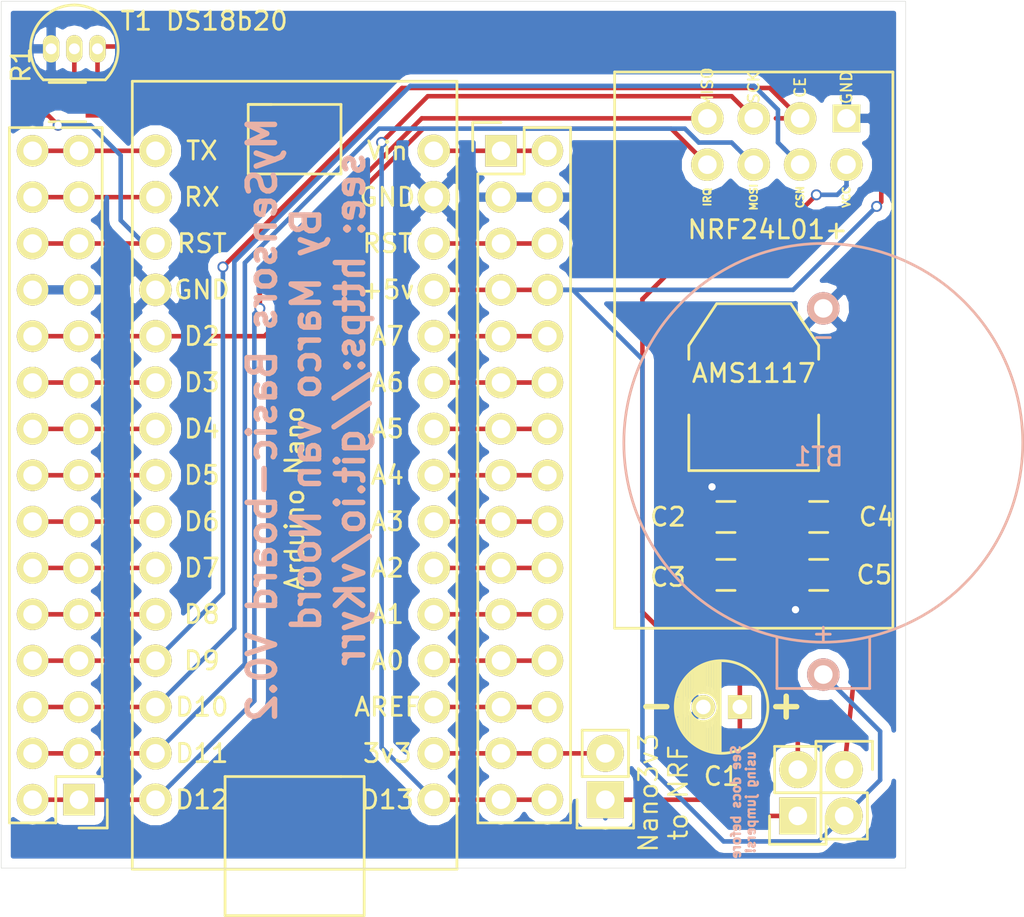
<source format=kicad_pcb>
(kicad_pcb (version 4) (host pcbnew 4.0.2-stable)

  (general
    (links 93)
    (no_connects 0)
    (area 131.670667 86.786999 188.745954 137.774)
    (thickness 1.6)
    (drawings 9)
    (tracks 183)
    (zones 0)
    (modules 16)
    (nets 33)
  )

  (page A4)
  (layers
    (0 F.Cu signal)
    (31 B.Cu signal)
    (32 B.Adhes user hide)
    (33 F.Adhes user hide)
    (34 B.Paste user hide)
    (35 F.Paste user hide)
    (36 B.SilkS user)
    (37 F.SilkS user)
    (38 B.Mask user hide)
    (39 F.Mask user hide)
    (40 Dwgs.User user hide)
    (41 Cmts.User user hide)
    (42 Eco1.User user hide)
    (43 Eco2.User user hide)
    (44 Edge.Cuts user)
    (45 Margin user hide)
    (46 B.CrtYd user hide)
    (47 F.CrtYd user hide)
    (48 B.Fab user hide)
    (49 F.Fab user hide)
  )

  (setup
    (last_trace_width 0.25)
    (trace_clearance 0.2)
    (zone_clearance 0.508)
    (zone_45_only no)
    (trace_min 0.2)
    (segment_width 0.2)
    (edge_width 0.0254)
    (via_size 0.6)
    (via_drill 0.4)
    (via_min_size 0.4)
    (via_min_drill 0.3)
    (uvia_size 0.3)
    (uvia_drill 0.1)
    (uvias_allowed no)
    (uvia_min_size 0.2)
    (uvia_min_drill 0.1)
    (pcb_text_width 0.3)
    (pcb_text_size 1.016 1.016)
    (mod_edge_width 0.15)
    (mod_text_size 1 1)
    (mod_text_width 0.15)
    (pad_size 2.032 2.032)
    (pad_drill 1.016)
    (pad_to_mask_clearance 0.2)
    (solder_mask_min_width 0.2)
    (aux_axis_origin 0 0)
    (visible_elements 7FFFFFFF)
    (pcbplotparams
      (layerselection 0x010f0_80000001)
      (usegerberextensions true)
      (excludeedgelayer true)
      (linewidth 0.100000)
      (plotframeref false)
      (viasonmask false)
      (mode 1)
      (useauxorigin false)
      (hpglpennumber 1)
      (hpglpenspeed 20)
      (hpglpendiameter 15)
      (hpglpenoverlay 2)
      (psnegative false)
      (psa4output false)
      (plotreference true)
      (plotvalue true)
      (plotinvisibletext false)
      (padsonsilk false)
      (subtractmaskfromsilk false)
      (outputformat 1)
      (mirror false)
      (drillshape 0)
      (scaleselection 1)
      (outputdirectory GERBERS/))
  )

  (net 0 "")
  (net 1 +3V3)
  (net 2 GND)
  (net 3 "Net-(C4-Pad1)")
  (net 4 "Net-(P1-Pad1)")
  (net 5 "Net-(P1-Pad3)")
  (net 6 "Net-(P1-Pad5)")
  (net 7 "Net-(P1-Pad7)")
  (net 8 "Net-(P1-Pad10)")
  (net 9 "Net-(P1-Pad11)")
  (net 10 "Net-(P1-Pad13)")
  (net 11 "Net-(P1-Pad15)")
  (net 12 "Net-(P1-Pad17)")
  (net 13 "Net-(P1-Pad19)")
  (net 14 "Net-(P1-Pad21)")
  (net 15 "Net-(P1-Pad25)")
  (net 16 "Net-(P1-Pad27)")
  (net 17 "Net-(P1-Pad29)")
  (net 18 "Net-(P2-Pad1)")
  (net 19 "Net-(P2-Pad5)")
  (net 20 "Net-(P2-Pad10)")
  (net 21 "Net-(P2-Pad11)")
  (net 22 "Net-(P2-Pad13)")
  (net 23 "Net-(P2-Pad15)")
  (net 24 "Net-(P2-Pad17)")
  (net 25 "Net-(P2-Pad19)")
  (net 26 "Net-(P2-Pad21)")
  (net 27 "Net-(P2-Pad23)")
  (net 28 "Net-(P2-Pad25)")
  (net 29 "Net-(P2-Pad29)")
  (net 30 "Net-(BT1-Pad1)")
  (net 31 "Net-(C2-Pad1)")
  (net 32 "Net-(JP3-Pad2)")

  (net_class Default "This is the default net class."
    (clearance 0.2)
    (trace_width 0.25)
    (via_dia 0.6)
    (via_drill 0.4)
    (uvia_dia 0.3)
    (uvia_drill 0.1)
    (add_net +3V3)
    (add_net GND)
    (add_net "Net-(BT1-Pad1)")
    (add_net "Net-(C2-Pad1)")
    (add_net "Net-(C4-Pad1)")
    (add_net "Net-(JP3-Pad2)")
    (add_net "Net-(P1-Pad1)")
    (add_net "Net-(P1-Pad10)")
    (add_net "Net-(P1-Pad11)")
    (add_net "Net-(P1-Pad13)")
    (add_net "Net-(P1-Pad15)")
    (add_net "Net-(P1-Pad17)")
    (add_net "Net-(P1-Pad19)")
    (add_net "Net-(P1-Pad21)")
    (add_net "Net-(P1-Pad25)")
    (add_net "Net-(P1-Pad27)")
    (add_net "Net-(P1-Pad29)")
    (add_net "Net-(P1-Pad3)")
    (add_net "Net-(P1-Pad5)")
    (add_net "Net-(P1-Pad7)")
    (add_net "Net-(P2-Pad1)")
    (add_net "Net-(P2-Pad10)")
    (add_net "Net-(P2-Pad11)")
    (add_net "Net-(P2-Pad13)")
    (add_net "Net-(P2-Pad15)")
    (add_net "Net-(P2-Pad17)")
    (add_net "Net-(P2-Pad19)")
    (add_net "Net-(P2-Pad21)")
    (add_net "Net-(P2-Pad23)")
    (add_net "Net-(P2-Pad25)")
    (add_net "Net-(P2-Pad29)")
    (add_net "Net-(P2-Pad5)")
  )

  (module MySensors:NRF24L01+ (layer F.Cu) (tedit 57ECBEA5) (tstamp 575BF390)
    (at 171.196 98.552 90)
    (path /575BEE82)
    (fp_text reference NRF24L01+ (at -1.016 3.302 180) (layer F.SilkS)
      (effects (font (size 1 1) (thickness 0.15)))
    )
    (fp_text value NRF24L01+ (at -7.62 0 90) (layer F.Fab)
      (effects (font (size 1 1) (thickness 0.15)))
    )
    (fp_text user IRQ (at 0.762 0 90) (layer F.SilkS)
      (effects (font (size 0.4 0.4) (thickness 0.1)))
    )
    (fp_line (start 7.62 10.16) (end 7.62 -5.08) (layer F.SilkS) (width 0.15))
    (fp_line (start 7.62 -5.08) (end -22.86 -5.08) (layer F.SilkS) (width 0.15))
    (fp_line (start -22.86 -5.08) (end -22.86 10.16) (layer F.SilkS) (width 0.15))
    (fp_line (start -22.86 10.16) (end 7.62 10.16) (layer F.SilkS) (width 0.15))
    (fp_text user MISO (at 6.778 0 90) (layer F.SilkS)
      (effects (font (size 0.6 0.6) (thickness 0.1)))
    )
    (fp_text user MOSI (at 0.762 2.54 90) (layer F.SilkS)
      (effects (font (size 0.4 0.4) (thickness 0.1)))
    )
    (fp_text user SCK (at 6.778 2.54 90) (layer F.SilkS)
      (effects (font (size 0.6 0.6) (thickness 0.1)))
    )
    (fp_text user CSN (at 0.762 5.08 90) (layer F.SilkS)
      (effects (font (size 0.4 0.4) (thickness 0.1)))
    )
    (fp_text user CE (at 6.778 5.08 90) (layer F.SilkS)
      (effects (font (size 0.6 0.6) (thickness 0.1)))
    )
    (fp_text user VCC (at 0.762 7.62 90) (layer F.SilkS)
      (effects (font (size 0.4 0.4) (thickness 0.1)))
    )
    (fp_text user GND (at 6.778 7.62 90) (layer F.SilkS)
      (effects (font (size 0.6 0.6) (thickness 0.1)))
    )
    (pad 1 thru_hole rect (at 5.08 7.62 90) (size 1.524 1.524) (drill 1.016) (layers *.Cu *.Mask F.SilkS)
      (net 2 GND))
    (pad 2 thru_hole circle (at 5.08 5.08 90) (size 1.778 1.778) (drill 1.016) (layers *.Cu *.Mask F.SilkS)
      (net 7 "Net-(P1-Pad7)"))
    (pad 3 thru_hole circle (at 5.08 2.54 90) (size 1.778 1.778) (drill 1.016) (layers *.Cu *.Mask F.SilkS)
      (net 29 "Net-(P2-Pad29)"))
    (pad 4 thru_hole circle (at 5.08 0 90) (size 1.778 1.778) (drill 1.016) (layers *.Cu *.Mask F.SilkS)
      (net 4 "Net-(P1-Pad1)"))
    (pad 5 thru_hole circle (at 2.54 0 90) (size 1.778 1.778) (drill 1.016) (layers *.Cu *.Mask F.SilkS)
      (net 14 "Net-(P1-Pad21)"))
    (pad 6 thru_hole circle (at 2.54 2.54 90) (size 1.778 1.778) (drill 1.016) (layers *.Cu *.Mask F.SilkS)
      (net 5 "Net-(P1-Pad3)"))
    (pad 7 thru_hole circle (at 2.54 5.08 90) (size 1.778 1.778) (drill 1.016) (layers *.Cu *.Mask F.SilkS)
      (net 6 "Net-(P1-Pad5)"))
    (pad 8 thru_hole circle (at 2.54 7.62 90) (size 1.778 1.778) (drill 1.016) (layers *.Cu *.Mask F.SilkS)
      (net 1 +3V3))
  )

  (module Capacitors_ThroughHole:C_Radial_D5_L11_P2 (layer F.Cu) (tedit 0) (tstamp 575BF358)
    (at 172.974 125.73 180)
    (descr "Radial Electrolytic Capacitor 5mm x Length 11mm, Pitch 2mm")
    (tags "Electrolytic Capacitor")
    (path /575C089B)
    (fp_text reference C1 (at 1 -3.8 180) (layer F.SilkS)
      (effects (font (size 1 1) (thickness 0.15)))
    )
    (fp_text value 100u (at 1 3.8 180) (layer F.Fab)
      (effects (font (size 1 1) (thickness 0.15)))
    )
    (fp_line (start 1.075 -2.499) (end 1.075 2.499) (layer F.SilkS) (width 0.15))
    (fp_line (start 1.215 -2.491) (end 1.215 -0.154) (layer F.SilkS) (width 0.15))
    (fp_line (start 1.215 0.154) (end 1.215 2.491) (layer F.SilkS) (width 0.15))
    (fp_line (start 1.355 -2.475) (end 1.355 -0.473) (layer F.SilkS) (width 0.15))
    (fp_line (start 1.355 0.473) (end 1.355 2.475) (layer F.SilkS) (width 0.15))
    (fp_line (start 1.495 -2.451) (end 1.495 -0.62) (layer F.SilkS) (width 0.15))
    (fp_line (start 1.495 0.62) (end 1.495 2.451) (layer F.SilkS) (width 0.15))
    (fp_line (start 1.635 -2.418) (end 1.635 -0.712) (layer F.SilkS) (width 0.15))
    (fp_line (start 1.635 0.712) (end 1.635 2.418) (layer F.SilkS) (width 0.15))
    (fp_line (start 1.775 -2.377) (end 1.775 -0.768) (layer F.SilkS) (width 0.15))
    (fp_line (start 1.775 0.768) (end 1.775 2.377) (layer F.SilkS) (width 0.15))
    (fp_line (start 1.915 -2.327) (end 1.915 -0.795) (layer F.SilkS) (width 0.15))
    (fp_line (start 1.915 0.795) (end 1.915 2.327) (layer F.SilkS) (width 0.15))
    (fp_line (start 2.055 -2.266) (end 2.055 -0.798) (layer F.SilkS) (width 0.15))
    (fp_line (start 2.055 0.798) (end 2.055 2.266) (layer F.SilkS) (width 0.15))
    (fp_line (start 2.195 -2.196) (end 2.195 -0.776) (layer F.SilkS) (width 0.15))
    (fp_line (start 2.195 0.776) (end 2.195 2.196) (layer F.SilkS) (width 0.15))
    (fp_line (start 2.335 -2.114) (end 2.335 -0.726) (layer F.SilkS) (width 0.15))
    (fp_line (start 2.335 0.726) (end 2.335 2.114) (layer F.SilkS) (width 0.15))
    (fp_line (start 2.475 -2.019) (end 2.475 -0.644) (layer F.SilkS) (width 0.15))
    (fp_line (start 2.475 0.644) (end 2.475 2.019) (layer F.SilkS) (width 0.15))
    (fp_line (start 2.615 -1.908) (end 2.615 -0.512) (layer F.SilkS) (width 0.15))
    (fp_line (start 2.615 0.512) (end 2.615 1.908) (layer F.SilkS) (width 0.15))
    (fp_line (start 2.755 -1.78) (end 2.755 -0.265) (layer F.SilkS) (width 0.15))
    (fp_line (start 2.755 0.265) (end 2.755 1.78) (layer F.SilkS) (width 0.15))
    (fp_line (start 2.895 -1.631) (end 2.895 1.631) (layer F.SilkS) (width 0.15))
    (fp_line (start 3.035 -1.452) (end 3.035 1.452) (layer F.SilkS) (width 0.15))
    (fp_line (start 3.175 -1.233) (end 3.175 1.233) (layer F.SilkS) (width 0.15))
    (fp_line (start 3.315 -0.944) (end 3.315 0.944) (layer F.SilkS) (width 0.15))
    (fp_line (start 3.455 -0.472) (end 3.455 0.472) (layer F.SilkS) (width 0.15))
    (fp_circle (center 2 0) (end 2 -0.8) (layer F.SilkS) (width 0.15))
    (fp_circle (center 1 0) (end 1 -2.5375) (layer F.SilkS) (width 0.15))
    (fp_circle (center 1 0) (end 1 -2.8) (layer F.CrtYd) (width 0.05))
    (pad 1 thru_hole rect (at 0 0 180) (size 1.3 1.3) (drill 0.8) (layers *.Cu *.Mask F.SilkS)
      (net 1 +3V3))
    (pad 2 thru_hole circle (at 2 0 180) (size 1.3 1.3) (drill 0.8) (layers *.Cu *.Mask F.SilkS)
      (net 2 GND))
    (model Capacitors_ThroughHole.3dshapes/C_Radial_D5_L11_P2.wrl
      (at (xyz 0 0 0))
      (scale (xyz 1 1 1))
      (rotate (xyz 0 0 0))
    )
  )

  (module Capacitors_SMD:C_0805_HandSoldering (layer F.Cu) (tedit 541A9B8D) (tstamp 575BF35E)
    (at 172.212 115.316 180)
    (descr "Capacitor SMD 0805, hand soldering")
    (tags "capacitor 0805")
    (path /575C04AD)
    (attr smd)
    (fp_text reference C2 (at 3.175 0 180) (layer F.SilkS)
      (effects (font (size 1 1) (thickness 0.15)))
    )
    (fp_text value 10u (at 0 2.1 180) (layer F.Fab)
      (effects (font (size 1 1) (thickness 0.15)))
    )
    (fp_line (start -2.3 -1) (end 2.3 -1) (layer F.CrtYd) (width 0.05))
    (fp_line (start -2.3 1) (end 2.3 1) (layer F.CrtYd) (width 0.05))
    (fp_line (start -2.3 -1) (end -2.3 1) (layer F.CrtYd) (width 0.05))
    (fp_line (start 2.3 -1) (end 2.3 1) (layer F.CrtYd) (width 0.05))
    (fp_line (start 0.5 -0.85) (end -0.5 -0.85) (layer F.SilkS) (width 0.15))
    (fp_line (start -0.5 0.85) (end 0.5 0.85) (layer F.SilkS) (width 0.15))
    (pad 1 smd rect (at -1.25 0 180) (size 1.5 1.25) (layers F.Cu F.Paste F.Mask)
      (net 31 "Net-(C2-Pad1)"))
    (pad 2 smd rect (at 1.25 0 180) (size 1.5 1.25) (layers F.Cu F.Paste F.Mask)
      (net 2 GND))
    (model Capacitors_SMD.3dshapes/C_0805_HandSoldering.wrl
      (at (xyz 0 0 0))
      (scale (xyz 1 1 1))
      (rotate (xyz 0 0 0))
    )
  )

  (module Capacitors_SMD:C_0805_HandSoldering (layer F.Cu) (tedit 541A9B8D) (tstamp 575BF364)
    (at 172.212 118.491 180)
    (descr "Capacitor SMD 0805, hand soldering")
    (tags "capacitor 0805")
    (path /575C05B7)
    (attr smd)
    (fp_text reference C3 (at 3.175 -0.127 180) (layer F.SilkS)
      (effects (font (size 1 1) (thickness 0.15)))
    )
    (fp_text value 0.1u (at 0 2.1 180) (layer F.Fab)
      (effects (font (size 1 1) (thickness 0.15)))
    )
    (fp_line (start -2.3 -1) (end 2.3 -1) (layer F.CrtYd) (width 0.05))
    (fp_line (start -2.3 1) (end 2.3 1) (layer F.CrtYd) (width 0.05))
    (fp_line (start -2.3 -1) (end -2.3 1) (layer F.CrtYd) (width 0.05))
    (fp_line (start 2.3 -1) (end 2.3 1) (layer F.CrtYd) (width 0.05))
    (fp_line (start 0.5 -0.85) (end -0.5 -0.85) (layer F.SilkS) (width 0.15))
    (fp_line (start -0.5 0.85) (end 0.5 0.85) (layer F.SilkS) (width 0.15))
    (pad 1 smd rect (at -1.25 0 180) (size 1.5 1.25) (layers F.Cu F.Paste F.Mask)
      (net 31 "Net-(C2-Pad1)"))
    (pad 2 smd rect (at 1.25 0 180) (size 1.5 1.25) (layers F.Cu F.Paste F.Mask)
      (net 2 GND))
    (model Capacitors_SMD.3dshapes/C_0805_HandSoldering.wrl
      (at (xyz 0 0 0))
      (scale (xyz 1 1 1))
      (rotate (xyz 0 0 0))
    )
  )

  (module Capacitors_SMD:C_0805_HandSoldering (layer F.Cu) (tedit 541A9B8D) (tstamp 575BF36A)
    (at 177.292 115.316 180)
    (descr "Capacitor SMD 0805, hand soldering")
    (tags "capacitor 0805")
    (path /575BFFD2)
    (attr smd)
    (fp_text reference C4 (at -3.175 0 180) (layer F.SilkS)
      (effects (font (size 1 1) (thickness 0.15)))
    )
    (fp_text value 0.1u (at 0 2.1 180) (layer F.Fab)
      (effects (font (size 1 1) (thickness 0.15)))
    )
    (fp_line (start -2.3 -1) (end 2.3 -1) (layer F.CrtYd) (width 0.05))
    (fp_line (start -2.3 1) (end 2.3 1) (layer F.CrtYd) (width 0.05))
    (fp_line (start -2.3 -1) (end -2.3 1) (layer F.CrtYd) (width 0.05))
    (fp_line (start 2.3 -1) (end 2.3 1) (layer F.CrtYd) (width 0.05))
    (fp_line (start 0.5 -0.85) (end -0.5 -0.85) (layer F.SilkS) (width 0.15))
    (fp_line (start -0.5 0.85) (end 0.5 0.85) (layer F.SilkS) (width 0.15))
    (pad 1 smd rect (at -1.25 0 180) (size 1.5 1.25) (layers F.Cu F.Paste F.Mask)
      (net 3 "Net-(C4-Pad1)"))
    (pad 2 smd rect (at 1.25 0 180) (size 1.5 1.25) (layers F.Cu F.Paste F.Mask)
      (net 2 GND))
    (model Capacitors_SMD.3dshapes/C_0805_HandSoldering.wrl
      (at (xyz 0 0 0))
      (scale (xyz 1 1 1))
      (rotate (xyz 0 0 0))
    )
  )

  (module Capacitors_SMD:C_0805_HandSoldering (layer F.Cu) (tedit 541A9B8D) (tstamp 575BF370)
    (at 177.292 118.491 180)
    (descr "Capacitor SMD 0805, hand soldering")
    (tags "capacitor 0805")
    (path /575C0029)
    (attr smd)
    (fp_text reference C5 (at -3.048 0 180) (layer F.SilkS)
      (effects (font (size 1 1) (thickness 0.15)))
    )
    (fp_text value 10u (at 0 2.1 180) (layer F.Fab)
      (effects (font (size 1 1) (thickness 0.15)))
    )
    (fp_line (start -2.3 -1) (end 2.3 -1) (layer F.CrtYd) (width 0.05))
    (fp_line (start -2.3 1) (end 2.3 1) (layer F.CrtYd) (width 0.05))
    (fp_line (start -2.3 -1) (end -2.3 1) (layer F.CrtYd) (width 0.05))
    (fp_line (start 2.3 -1) (end 2.3 1) (layer F.CrtYd) (width 0.05))
    (fp_line (start 0.5 -0.85) (end -0.5 -0.85) (layer F.SilkS) (width 0.15))
    (fp_line (start -0.5 0.85) (end 0.5 0.85) (layer F.SilkS) (width 0.15))
    (pad 1 smd rect (at -1.25 0 180) (size 1.5 1.25) (layers F.Cu F.Paste F.Mask)
      (net 3 "Net-(C4-Pad1)"))
    (pad 2 smd rect (at 1.25 0 180) (size 1.5 1.25) (layers F.Cu F.Paste F.Mask)
      (net 2 GND))
    (model Capacitors_SMD.3dshapes/C_0805_HandSoldering.wrl
      (at (xyz 0 0 0))
      (scale (xyz 1 1 1))
      (rotate (xyz 0 0 0))
    )
  )

  (module MySensors:SOT-223 (layer F.Cu) (tedit 5782A177) (tstamp 575BF380)
    (at 173.736 108.204)
    (descr "module CMS SOT223 4 pins")
    (tags "CMS SOT")
    (path /575BF8D5)
    (attr smd)
    (fp_text reference AMS1117 (at 0 -0.762) (layer F.SilkS)
      (effects (font (size 1 1) (thickness 0.15)))
    )
    (fp_text value AMS1117 (at 0 0.762) (layer F.Fab)
      (effects (font (size 1 1) (thickness 0.15)))
    )
    (fp_line (start -3.556 1.524) (end -3.556 4.572) (layer F.SilkS) (width 0.15))
    (fp_line (start -3.556 4.572) (end 3.556 4.572) (layer F.SilkS) (width 0.15))
    (fp_line (start 3.556 4.572) (end 3.556 1.524) (layer F.SilkS) (width 0.15))
    (fp_line (start -3.556 -1.524) (end -3.556 -2.286) (layer F.SilkS) (width 0.15))
    (fp_line (start -3.556 -2.286) (end -2.032 -4.572) (layer F.SilkS) (width 0.15))
    (fp_line (start -2.032 -4.572) (end 2.032 -4.572) (layer F.SilkS) (width 0.15))
    (fp_line (start 2.032 -4.572) (end 3.556 -2.286) (layer F.SilkS) (width 0.15))
    (fp_line (start 3.556 -2.286) (end 3.556 -1.524) (layer F.SilkS) (width 0.15))
    (pad 2 smd rect (at 0 -3.302) (size 3.6576 2.032) (layers F.Cu F.Paste F.Mask)
      (net 31 "Net-(C2-Pad1)"))
    (pad 2 smd rect (at 0 3.302) (size 1.016 2.032) (layers F.Cu F.Paste F.Mask)
      (net 31 "Net-(C2-Pad1)"))
    (pad 3 smd rect (at 2.286 3.302) (size 1.016 2.032) (layers F.Cu F.Paste F.Mask)
      (net 3 "Net-(C4-Pad1)"))
    (pad 1 smd rect (at -2.286 3.302) (size 1.016 2.032) (layers F.Cu F.Paste F.Mask)
      (net 2 GND))
    (model TO_SOT_Packages_SMD.3dshapes/SOT-223.wrl
      (at (xyz 0 0 0))
      (scale (xyz 0.4 0.4 0.4))
      (rotate (xyz 0 0 0))
    )
  )

  (module Pin_Headers:Pin_Header_Straight_2x15 (layer F.Cu) (tedit 5782A1CD) (tstamp 575C0140)
    (at 136.779 130.81 180)
    (descr "Through hole pin header")
    (tags "pin header")
    (path /575C2E90)
    (fp_text reference P1 (at 0 -5.1 180) (layer F.SilkS) hide
      (effects (font (size 1 1) (thickness 0.15)))
    )
    (fp_text value CONN_02X15 (at 0 -3.1 180) (layer F.Fab) hide
      (effects (font (size 1 1) (thickness 0.15)))
    )
    (fp_line (start -1.75 -1.75) (end -1.75 37.35) (layer F.CrtYd) (width 0.05))
    (fp_line (start 4.3 -1.75) (end 4.3 37.35) (layer F.CrtYd) (width 0.05))
    (fp_line (start -1.75 -1.75) (end 4.3 -1.75) (layer F.CrtYd) (width 0.05))
    (fp_line (start -1.75 37.35) (end 4.3 37.35) (layer F.CrtYd) (width 0.05))
    (fp_line (start 3.81 36.83) (end 3.81 -1.27) (layer F.SilkS) (width 0.15))
    (fp_line (start -1.27 1.27) (end -1.27 36.83) (layer F.SilkS) (width 0.15))
    (fp_line (start 3.81 36.83) (end -1.27 36.83) (layer F.SilkS) (width 0.15))
    (fp_line (start 3.81 -1.27) (end 1.27 -1.27) (layer F.SilkS) (width 0.15))
    (fp_line (start 0 -1.55) (end -1.55 -1.55) (layer F.SilkS) (width 0.15))
    (fp_line (start 1.27 -1.27) (end 1.27 1.27) (layer F.SilkS) (width 0.15))
    (fp_line (start 1.27 1.27) (end -1.27 1.27) (layer F.SilkS) (width 0.15))
    (fp_line (start -1.55 -1.55) (end -1.55 0) (layer F.SilkS) (width 0.15))
    (pad 1 thru_hole rect (at 0 0 180) (size 1.7272 1.7272) (drill 1.016) (layers *.Cu *.Mask F.SilkS)
      (net 4 "Net-(P1-Pad1)"))
    (pad 2 thru_hole oval (at 2.54 0 180) (size 1.7272 1.7272) (drill 1.016) (layers *.Cu *.Mask F.SilkS)
      (net 4 "Net-(P1-Pad1)"))
    (pad 3 thru_hole oval (at 0 2.54 180) (size 1.7272 1.7272) (drill 1.016) (layers *.Cu *.Mask F.SilkS)
      (net 5 "Net-(P1-Pad3)"))
    (pad 4 thru_hole oval (at 2.54 2.54 180) (size 1.7272 1.7272) (drill 1.016) (layers *.Cu *.Mask F.SilkS)
      (net 5 "Net-(P1-Pad3)"))
    (pad 5 thru_hole oval (at 0 5.08 180) (size 1.7272 1.7272) (drill 1.016) (layers *.Cu *.Mask F.SilkS)
      (net 6 "Net-(P1-Pad5)"))
    (pad 6 thru_hole oval (at 2.54 5.08 180) (size 1.7272 1.7272) (drill 1.016) (layers *.Cu *.Mask F.SilkS)
      (net 6 "Net-(P1-Pad5)"))
    (pad 7 thru_hole oval (at 0 7.62 180) (size 1.7272 1.7272) (drill 1.016) (layers *.Cu *.Mask F.SilkS)
      (net 7 "Net-(P1-Pad7)"))
    (pad 8 thru_hole oval (at 2.54 7.62 180) (size 1.7272 1.7272) (drill 1.016) (layers *.Cu *.Mask F.SilkS)
      (net 7 "Net-(P1-Pad7)"))
    (pad 9 thru_hole oval (at 0 10.16 180) (size 1.7272 1.7272) (drill 1.016) (layers *.Cu *.Mask F.SilkS)
      (net 8 "Net-(P1-Pad10)"))
    (pad 10 thru_hole oval (at 2.54 10.16 180) (size 1.7272 1.7272) (drill 1.016) (layers *.Cu *.Mask F.SilkS)
      (net 8 "Net-(P1-Pad10)"))
    (pad 11 thru_hole oval (at 0 12.7 180) (size 1.7272 1.7272) (drill 1.016) (layers *.Cu *.Mask F.SilkS)
      (net 9 "Net-(P1-Pad11)"))
    (pad 12 thru_hole oval (at 2.54 12.7 180) (size 1.7272 1.7272) (drill 1.016) (layers *.Cu *.Mask F.SilkS)
      (net 9 "Net-(P1-Pad11)"))
    (pad 13 thru_hole oval (at 0 15.24 180) (size 1.7272 1.7272) (drill 1.016) (layers *.Cu *.Mask F.SilkS)
      (net 10 "Net-(P1-Pad13)"))
    (pad 14 thru_hole oval (at 2.54 15.24 180) (size 1.7272 1.7272) (drill 1.016) (layers *.Cu *.Mask F.SilkS)
      (net 10 "Net-(P1-Pad13)"))
    (pad 15 thru_hole oval (at 0 17.78 180) (size 1.7272 1.7272) (drill 1.016) (layers *.Cu *.Mask F.SilkS)
      (net 11 "Net-(P1-Pad15)"))
    (pad 16 thru_hole oval (at 2.54 17.78 180) (size 1.7272 1.7272) (drill 1.016) (layers *.Cu *.Mask F.SilkS)
      (net 11 "Net-(P1-Pad15)"))
    (pad 17 thru_hole oval (at 0 20.32 180) (size 1.7272 1.7272) (drill 1.016) (layers *.Cu *.Mask F.SilkS)
      (net 12 "Net-(P1-Pad17)"))
    (pad 18 thru_hole oval (at 2.54 20.32 180) (size 1.7272 1.7272) (drill 1.016) (layers *.Cu *.Mask F.SilkS)
      (net 12 "Net-(P1-Pad17)"))
    (pad 19 thru_hole oval (at 0 22.86 180) (size 1.7272 1.7272) (drill 1.016) (layers *.Cu *.Mask F.SilkS)
      (net 13 "Net-(P1-Pad19)"))
    (pad 20 thru_hole oval (at 2.54 22.86 180) (size 1.7272 1.7272) (drill 1.016) (layers *.Cu *.Mask F.SilkS)
      (net 13 "Net-(P1-Pad19)"))
    (pad 21 thru_hole oval (at 0 25.4 180) (size 1.7272 1.7272) (drill 1.016) (layers *.Cu *.Mask F.SilkS)
      (net 14 "Net-(P1-Pad21)"))
    (pad 22 thru_hole oval (at 2.54 25.4 180) (size 1.7272 1.7272) (drill 1.016) (layers *.Cu *.Mask F.SilkS)
      (net 14 "Net-(P1-Pad21)"))
    (pad 23 thru_hole oval (at 0 27.94 180) (size 1.7272 1.7272) (drill 1.016) (layers *.Cu *.Mask F.SilkS)
      (net 2 GND))
    (pad 24 thru_hole oval (at 2.54 27.94 180) (size 1.7272 1.7272) (drill 1.016) (layers *.Cu *.Mask F.SilkS)
      (net 2 GND))
    (pad 25 thru_hole oval (at 0 30.48 180) (size 1.7272 1.7272) (drill 1.016) (layers *.Cu *.Mask F.SilkS)
      (net 15 "Net-(P1-Pad25)"))
    (pad 26 thru_hole oval (at 2.54 30.48 180) (size 1.7272 1.7272) (drill 1.016) (layers *.Cu *.Mask F.SilkS)
      (net 15 "Net-(P1-Pad25)"))
    (pad 27 thru_hole oval (at 0 33.02 180) (size 1.7272 1.7272) (drill 1.016) (layers *.Cu *.Mask F.SilkS)
      (net 16 "Net-(P1-Pad27)"))
    (pad 28 thru_hole oval (at 2.54 33.02 180) (size 1.7272 1.7272) (drill 1.016) (layers *.Cu *.Mask F.SilkS)
      (net 16 "Net-(P1-Pad27)"))
    (pad 29 thru_hole oval (at 0 35.56 180) (size 1.7272 1.7272) (drill 1.016) (layers *.Cu *.Mask F.SilkS)
      (net 17 "Net-(P1-Pad29)"))
    (pad 30 thru_hole oval (at 2.54 35.56 180) (size 1.7272 1.7272) (drill 1.016) (layers *.Cu *.Mask F.SilkS)
      (net 17 "Net-(P1-Pad29)"))
    (model Pin_Headers.3dshapes/Pin_Header_Straight_2x15.wrl
      (at (xyz 0.05 -0.7 0))
      (scale (xyz 1 1 1))
      (rotate (xyz 0 0 90))
    )
  )

  (module Pin_Headers:Pin_Header_Straight_2x15 (layer F.Cu) (tedit 5782A1A8) (tstamp 575C0162)
    (at 159.893 95.25)
    (descr "Through hole pin header")
    (tags "pin header")
    (path /575C1569)
    (fp_text reference P2 (at 0 -5.1) (layer F.SilkS) hide
      (effects (font (size 1 1) (thickness 0.15)))
    )
    (fp_text value CONN_02X15 (at 0 -3.1) (layer F.Fab) hide
      (effects (font (size 1 1) (thickness 0.15)))
    )
    (fp_line (start -1.75 -1.75) (end -1.75 37.35) (layer F.CrtYd) (width 0.05))
    (fp_line (start 4.3 -1.75) (end 4.3 37.35) (layer F.CrtYd) (width 0.05))
    (fp_line (start -1.75 -1.75) (end 4.3 -1.75) (layer F.CrtYd) (width 0.05))
    (fp_line (start -1.75 37.35) (end 4.3 37.35) (layer F.CrtYd) (width 0.05))
    (fp_line (start 3.81 36.83) (end 3.81 -1.27) (layer F.SilkS) (width 0.15))
    (fp_line (start -1.27 1.27) (end -1.27 36.83) (layer F.SilkS) (width 0.15))
    (fp_line (start 3.81 36.83) (end -1.27 36.83) (layer F.SilkS) (width 0.15))
    (fp_line (start 3.81 -1.27) (end 1.27 -1.27) (layer F.SilkS) (width 0.15))
    (fp_line (start 0 -1.55) (end -1.55 -1.55) (layer F.SilkS) (width 0.15))
    (fp_line (start 1.27 -1.27) (end 1.27 1.27) (layer F.SilkS) (width 0.15))
    (fp_line (start 1.27 1.27) (end -1.27 1.27) (layer F.SilkS) (width 0.15))
    (fp_line (start -1.55 -1.55) (end -1.55 0) (layer F.SilkS) (width 0.15))
    (pad 1 thru_hole rect (at 0 0) (size 1.7272 1.7272) (drill 1.016) (layers *.Cu *.Mask F.SilkS)
      (net 18 "Net-(P2-Pad1)"))
    (pad 2 thru_hole oval (at 2.54 0) (size 1.7272 1.7272) (drill 1.016) (layers *.Cu *.Mask F.SilkS)
      (net 18 "Net-(P2-Pad1)"))
    (pad 3 thru_hole oval (at 0 2.54) (size 1.7272 1.7272) (drill 1.016) (layers *.Cu *.Mask F.SilkS)
      (net 2 GND))
    (pad 4 thru_hole oval (at 2.54 2.54) (size 1.7272 1.7272) (drill 1.016) (layers *.Cu *.Mask F.SilkS)
      (net 2 GND))
    (pad 5 thru_hole oval (at 0 5.08) (size 1.7272 1.7272) (drill 1.016) (layers *.Cu *.Mask F.SilkS)
      (net 19 "Net-(P2-Pad5)"))
    (pad 6 thru_hole oval (at 2.54 5.08) (size 1.7272 1.7272) (drill 1.016) (layers *.Cu *.Mask F.SilkS)
      (net 19 "Net-(P2-Pad5)"))
    (pad 7 thru_hole oval (at 0 7.62) (size 1.7272 1.7272) (drill 1.016) (layers *.Cu *.Mask F.SilkS)
      (net 30 "Net-(BT1-Pad1)"))
    (pad 8 thru_hole oval (at 2.54 7.62) (size 1.7272 1.7272) (drill 1.016) (layers *.Cu *.Mask F.SilkS)
      (net 30 "Net-(BT1-Pad1)"))
    (pad 9 thru_hole oval (at 0 10.16) (size 1.7272 1.7272) (drill 1.016) (layers *.Cu *.Mask F.SilkS)
      (net 20 "Net-(P2-Pad10)"))
    (pad 10 thru_hole oval (at 2.54 10.16) (size 1.7272 1.7272) (drill 1.016) (layers *.Cu *.Mask F.SilkS)
      (net 20 "Net-(P2-Pad10)"))
    (pad 11 thru_hole oval (at 0 12.7) (size 1.7272 1.7272) (drill 1.016) (layers *.Cu *.Mask F.SilkS)
      (net 21 "Net-(P2-Pad11)"))
    (pad 12 thru_hole oval (at 2.54 12.7) (size 1.7272 1.7272) (drill 1.016) (layers *.Cu *.Mask F.SilkS)
      (net 21 "Net-(P2-Pad11)"))
    (pad 13 thru_hole oval (at 0 15.24) (size 1.7272 1.7272) (drill 1.016) (layers *.Cu *.Mask F.SilkS)
      (net 22 "Net-(P2-Pad13)"))
    (pad 14 thru_hole oval (at 2.54 15.24) (size 1.7272 1.7272) (drill 1.016) (layers *.Cu *.Mask F.SilkS)
      (net 22 "Net-(P2-Pad13)"))
    (pad 15 thru_hole oval (at 0 17.78) (size 1.7272 1.7272) (drill 1.016) (layers *.Cu *.Mask F.SilkS)
      (net 23 "Net-(P2-Pad15)"))
    (pad 16 thru_hole oval (at 2.54 17.78) (size 1.7272 1.7272) (drill 1.016) (layers *.Cu *.Mask F.SilkS)
      (net 23 "Net-(P2-Pad15)"))
    (pad 17 thru_hole oval (at 0 20.32) (size 1.7272 1.7272) (drill 1.016) (layers *.Cu *.Mask F.SilkS)
      (net 24 "Net-(P2-Pad17)"))
    (pad 18 thru_hole oval (at 2.54 20.32) (size 1.7272 1.7272) (drill 1.016) (layers *.Cu *.Mask F.SilkS)
      (net 24 "Net-(P2-Pad17)"))
    (pad 19 thru_hole oval (at 0 22.86) (size 1.7272 1.7272) (drill 1.016) (layers *.Cu *.Mask F.SilkS)
      (net 25 "Net-(P2-Pad19)"))
    (pad 20 thru_hole oval (at 2.54 22.86) (size 1.7272 1.7272) (drill 1.016) (layers *.Cu *.Mask F.SilkS)
      (net 25 "Net-(P2-Pad19)"))
    (pad 21 thru_hole oval (at 0 25.4) (size 1.7272 1.7272) (drill 1.016) (layers *.Cu *.Mask F.SilkS)
      (net 26 "Net-(P2-Pad21)"))
    (pad 22 thru_hole oval (at 2.54 25.4) (size 1.7272 1.7272) (drill 1.016) (layers *.Cu *.Mask F.SilkS)
      (net 26 "Net-(P2-Pad21)"))
    (pad 23 thru_hole oval (at 0 27.94) (size 1.7272 1.7272) (drill 1.016) (layers *.Cu *.Mask F.SilkS)
      (net 27 "Net-(P2-Pad23)"))
    (pad 24 thru_hole oval (at 2.54 27.94) (size 1.7272 1.7272) (drill 1.016) (layers *.Cu *.Mask F.SilkS)
      (net 27 "Net-(P2-Pad23)"))
    (pad 25 thru_hole oval (at 0 30.48) (size 1.7272 1.7272) (drill 1.016) (layers *.Cu *.Mask F.SilkS)
      (net 28 "Net-(P2-Pad25)"))
    (pad 26 thru_hole oval (at 2.54 30.48) (size 1.7272 1.7272) (drill 1.016) (layers *.Cu *.Mask F.SilkS)
      (net 28 "Net-(P2-Pad25)"))
    (pad 27 thru_hole oval (at 0 33.02) (size 1.7272 1.7272) (drill 1.016) (layers *.Cu *.Mask F.SilkS)
      (net 32 "Net-(JP3-Pad2)"))
    (pad 28 thru_hole oval (at 2.54 33.02) (size 1.7272 1.7272) (drill 1.016) (layers *.Cu *.Mask F.SilkS)
      (net 32 "Net-(JP3-Pad2)"))
    (pad 29 thru_hole oval (at 0 35.56) (size 1.7272 1.7272) (drill 1.016) (layers *.Cu *.Mask F.SilkS)
      (net 29 "Net-(P2-Pad29)"))
    (pad 30 thru_hole oval (at 2.54 35.56) (size 1.7272 1.7272) (drill 1.016) (layers *.Cu *.Mask F.SilkS)
      (net 29 "Net-(P2-Pad29)"))
    (model Pin_Headers.3dshapes/Pin_Header_Straight_2x15.wrl
      (at (xyz 0.05 -0.7 0))
      (scale (xyz 1 1 1))
      (rotate (xyz 0 0 90))
    )
  )

  (module Pin_Headers:Pin_Header_Straight_1x02 (layer F.Cu) (tedit 575D2D4E) (tstamp 575D25AA)
    (at 176.149 131.699 180)
    (descr "Through hole pin header")
    (tags "pin header")
    (path /575D2AC9)
    (fp_text reference JP1 (at 0 -5.1 180) (layer F.SilkS) hide
      (effects (font (size 1 1) (thickness 0.15)))
    )
    (fp_text value JUMPER (at -0.127 4.572 180) (layer F.Fab)
      (effects (font (size 1 1) (thickness 0.15)))
    )
    (fp_line (start 1.27 1.27) (end 1.27 3.81) (layer F.SilkS) (width 0.15))
    (fp_line (start 1.55 -1.55) (end 1.55 0) (layer F.SilkS) (width 0.15))
    (fp_line (start -1.75 -1.75) (end -1.75 4.3) (layer F.CrtYd) (width 0.05))
    (fp_line (start 1.75 -1.75) (end 1.75 4.3) (layer F.CrtYd) (width 0.05))
    (fp_line (start -1.75 -1.75) (end 1.75 -1.75) (layer F.CrtYd) (width 0.05))
    (fp_line (start -1.75 4.3) (end 1.75 4.3) (layer F.CrtYd) (width 0.05))
    (fp_line (start 1.27 1.27) (end -1.27 1.27) (layer F.SilkS) (width 0.15))
    (fp_line (start -1.55 0) (end -1.55 -1.55) (layer F.SilkS) (width 0.15))
    (fp_line (start -1.55 -1.55) (end 1.55 -1.55) (layer F.SilkS) (width 0.15))
    (fp_line (start -1.27 1.27) (end -1.27 3.81) (layer F.SilkS) (width 0.15))
    (fp_line (start -1.27 3.81) (end 1.27 3.81) (layer F.SilkS) (width 0.15))
    (pad 1 thru_hole rect (at 0 0 180) (size 2.032 2.032) (drill 1.016) (layers *.Cu *.Mask F.SilkS)
      (net 1 +3V3))
    (pad 2 thru_hole oval (at 0 2.54 180) (size 2.032 2.032) (drill 1.016) (layers *.Cu *.Mask F.SilkS)
      (net 31 "Net-(C2-Pad1)"))
    (model Pin_Headers.3dshapes/Pin_Header_Straight_1x02.wrl
      (at (xyz 0 -0.05 0))
      (scale (xyz 1 1 1))
      (rotate (xyz 0 0 90))
    )
  )

  (module Pin_Headers:Pin_Header_Straight_1x02 (layer F.Cu) (tedit 57938455) (tstamp 575D25B0)
    (at 178.689 129.159)
    (descr "Through hole pin header")
    (tags "pin header")
    (path /575D1E14)
    (fp_text reference JP2 (at 0 -5.1) (layer F.SilkS) hide
      (effects (font (size 1 1) (thickness 0.15)))
    )
    (fp_text value JUMPER (at 0 -2.159) (layer F.Fab) hide
      (effects (font (size 1 1) (thickness 0.15)))
    )
    (fp_line (start 1.27 1.27) (end 1.27 3.81) (layer F.SilkS) (width 0.15))
    (fp_line (start 1.55 -1.55) (end 1.55 0) (layer F.SilkS) (width 0.15))
    (fp_line (start -1.75 -1.75) (end -1.75 4.3) (layer F.CrtYd) (width 0.05))
    (fp_line (start 1.75 -1.75) (end 1.75 4.3) (layer F.CrtYd) (width 0.05))
    (fp_line (start -1.75 -1.75) (end 1.75 -1.75) (layer F.CrtYd) (width 0.05))
    (fp_line (start -1.75 4.3) (end 1.75 4.3) (layer F.CrtYd) (width 0.05))
    (fp_line (start 1.27 1.27) (end -1.27 1.27) (layer F.SilkS) (width 0.15))
    (fp_line (start -1.55 0) (end -1.55 -1.55) (layer F.SilkS) (width 0.15))
    (fp_line (start -1.55 -1.55) (end 1.55 -1.55) (layer F.SilkS) (width 0.15))
    (fp_line (start -1.27 1.27) (end -1.27 3.81) (layer F.SilkS) (width 0.15))
    (fp_line (start -1.27 3.81) (end 1.27 3.81) (layer F.SilkS) (width 0.15))
    (pad 1 thru_hole circle (at 0 0) (size 2.032 2.032) (drill 1.016) (layers *.Cu *.Mask F.SilkS)
      (net 3 "Net-(C4-Pad1)"))
    (pad 2 thru_hole oval (at 0 2.54) (size 2.032 2.032) (drill 1.016) (layers *.Cu *.Mask F.SilkS)
      (net 30 "Net-(BT1-Pad1)"))
    (model Pin_Headers.3dshapes/Pin_Header_Straight_1x02.wrl
      (at (xyz 0 -0.05 0))
      (scale (xyz 1 1 1))
      (rotate (xyz 0 0 90))
    )
  )

  (module Resistors_SMD:R_1206_HandSoldering (layer F.Cu) (tedit 575D2718) (tstamp 575D25B6)
    (at 136.144 92.583 180)
    (descr "Resistor SMD 1206, hand soldering")
    (tags "resistor 1206")
    (path /575D59B7)
    (attr smd)
    (fp_text reference R1 (at 2.54 2.032 450) (layer F.SilkS)
      (effects (font (size 1 1) (thickness 0.15)))
    )
    (fp_text value 4K7 (at 0 0 270) (layer F.Fab)
      (effects (font (size 1 1) (thickness 0.15)))
    )
    (fp_line (start -3.3 -1.2) (end 3.3 -1.2) (layer F.CrtYd) (width 0.05))
    (fp_line (start -3.3 1.2) (end 3.3 1.2) (layer F.CrtYd) (width 0.05))
    (fp_line (start -3.3 -1.2) (end -3.3 1.2) (layer F.CrtYd) (width 0.05))
    (fp_line (start 3.3 -1.2) (end 3.3 1.2) (layer F.CrtYd) (width 0.05))
    (fp_line (start 1 1.075) (end -1 1.075) (layer F.SilkS) (width 0.15))
    (fp_line (start -1 -1.075) (end 1 -1.075) (layer F.SilkS) (width 0.15))
    (pad 1 smd rect (at -2 0 180) (size 2 1.7) (layers F.Cu F.Paste F.Mask)
      (net 30 "Net-(BT1-Pad1)"))
    (pad 2 smd rect (at 2 0 180) (size 2 1.7) (layers F.Cu F.Paste F.Mask)
      (net 15 "Net-(P1-Pad25)"))
    (model Resistors_SMD.3dshapes/R_1206_HandSoldering.wrl
      (at (xyz 0 0 0))
      (scale (xyz 1 1 1))
      (rotate (xyz 0 0 0))
    )
  )

  (module TO_SOT_Packages_THT:TO-92_Inline_Narrow_Oval (layer F.Cu) (tedit 5782A1BD) (tstamp 575D25BD)
    (at 135.255 89.662)
    (descr "TO-92 leads in-line, narrow, oval pads, drill 0.6mm (see NXP sot054_po.pdf)")
    (tags "to-92 sc-43 sc-43a sot54 PA33 transistor")
    (path /575D41B4)
    (fp_text reference "T1 DS18b20" (at 8.382 -1.524) (layer F.SilkS)
      (effects (font (size 1 1) (thickness 0.15)))
    )
    (fp_text value DS18B20 (at 7.239 -0.381) (layer F.Fab)
      (effects (font (size 1 1) (thickness 0.15)))
    )
    (fp_line (start -1.4 1.95) (end -1.4 -2.65) (layer F.CrtYd) (width 0.05))
    (fp_line (start -1.4 1.95) (end 3.95 1.95) (layer F.CrtYd) (width 0.05))
    (fp_line (start -0.43 1.7) (end 2.97 1.7) (layer F.SilkS) (width 0.15))
    (fp_arc (start 1.27 0) (end 1.27 -2.4) (angle -135) (layer F.SilkS) (width 0.15))
    (fp_arc (start 1.27 0) (end 1.27 -2.4) (angle 135) (layer F.SilkS) (width 0.15))
    (fp_line (start -1.4 -2.65) (end 3.95 -2.65) (layer F.CrtYd) (width 0.05))
    (fp_line (start 3.95 1.95) (end 3.95 -2.65) (layer F.CrtYd) (width 0.05))
    (pad 2 thru_hole oval (at 1.27 0 180) (size 0.89916 1.50114) (drill 0.6) (layers *.Cu *.Mask F.SilkS)
      (net 15 "Net-(P1-Pad25)"))
    (pad 3 thru_hole oval (at 2.54 0 180) (size 0.89916 1.50114) (drill 0.6) (layers *.Cu *.Mask F.SilkS)
      (net 30 "Net-(BT1-Pad1)"))
    (pad 1 thru_hole oval (at 0 0 180) (size 0.89916 1.50114) (drill 0.6) (layers *.Cu *.Mask F.SilkS)
      (net 2 GND))
    (model TO_SOT_Packages_THT.3dshapes/TO-92_Inline_Narrow_Oval.wrl
      (at (xyz 0.05 0 0))
      (scale (xyz 1 1 1))
      (rotate (xyz 0 0 -90))
    )
  )

  (module Pin_Headers:Pin_Header_Straight_1x02 (layer F.Cu) (tedit 57829FD1) (tstamp 5780D183)
    (at 165.608 130.81 180)
    (descr "Through hole pin header")
    (tags "pin header")
    (path /5780E8AB)
    (fp_text reference JP3 (at 0 -5.1 180) (layer F.SilkS) hide
      (effects (font (size 1 1) (thickness 0.15)))
    )
    (fp_text value JUMPER (at 0 -3.1 180) (layer F.Fab)
      (effects (font (size 1 1) (thickness 0.15)))
    )
    (fp_line (start 1.27 1.27) (end 1.27 3.81) (layer F.SilkS) (width 0.15))
    (fp_line (start 1.55 -1.55) (end 1.55 0) (layer F.SilkS) (width 0.15))
    (fp_line (start -1.75 -1.75) (end -1.75 4.3) (layer F.CrtYd) (width 0.05))
    (fp_line (start 1.75 -1.75) (end 1.75 4.3) (layer F.CrtYd) (width 0.05))
    (fp_line (start -1.75 -1.75) (end 1.75 -1.75) (layer F.CrtYd) (width 0.05))
    (fp_line (start -1.75 4.3) (end 1.75 4.3) (layer F.CrtYd) (width 0.05))
    (fp_line (start 1.27 1.27) (end -1.27 1.27) (layer F.SilkS) (width 0.15))
    (fp_line (start -1.55 0) (end -1.55 -1.55) (layer F.SilkS) (width 0.15))
    (fp_line (start -1.55 -1.55) (end 1.55 -1.55) (layer F.SilkS) (width 0.15))
    (fp_line (start -1.27 1.27) (end -1.27 3.81) (layer F.SilkS) (width 0.15))
    (fp_line (start -1.27 3.81) (end 1.27 3.81) (layer F.SilkS) (width 0.15))
    (pad 1 thru_hole rect (at 0 0 180) (size 2.032 2.032) (drill 1.016) (layers *.Cu *.Mask F.SilkS)
      (net 1 +3V3))
    (pad 2 thru_hole oval (at 0 2.54 180) (size 2.032 2.032) (drill 1.016) (layers *.Cu *.Mask F.SilkS)
      (net 32 "Net-(JP3-Pad2)"))
    (model Pin_Headers.3dshapes/Pin_Header_Straight_1x02.wrl
      (at (xyz 0 -0.05 0))
      (scale (xyz 1 1 1))
      (rotate (xyz 0 0 90))
    )
  )

  (module MySensors:ArduinoNano (layer F.Cu) (tedit 5782A151) (tstamp 575BF3C4)
    (at 148.59 105.41)
    (path /575BECE7)
    (fp_text reference "Arduino Nano" (at 0 8.89 90) (layer F.SilkS)
      (effects (font (size 1 1) (thickness 0.15)))
    )
    (fp_text value ArduinoNano (at 0 -1.27) (layer F.Fab)
      (effects (font (size 1 1) (thickness 0.15)))
    )
    (fp_text user TX (at -5.08 -10.16) (layer F.SilkS)
      (effects (font (size 1 1) (thickness 0.15)))
    )
    (fp_line (start -2.54 -12.7) (end -2.54 -8.89) (layer F.SilkS) (width 0.15))
    (fp_line (start -2.54 -8.89) (end 2.54 -8.89) (layer F.SilkS) (width 0.15))
    (fp_line (start 2.54 -8.89) (end 2.54 -12.7) (layer F.SilkS) (width 0.15))
    (fp_line (start 2.54 -12.7) (end -2.54 -12.7) (layer F.SilkS) (width 0.15))
    (fp_line (start -2.54 -12.7) (end -1.27 -12.7) (layer F.SilkS) (width 0.15))
    (fp_line (start 2.54 24.13) (end -3.81 24.13) (layer F.SilkS) (width 0.15))
    (fp_line (start -3.81 24.13) (end -3.81 31.75) (layer F.SilkS) (width 0.15))
    (fp_line (start -3.81 31.75) (end 3.81 31.75) (layer F.SilkS) (width 0.15))
    (fp_line (start 3.81 31.75) (end 3.81 24.13) (layer F.SilkS) (width 0.15))
    (fp_line (start 3.81 24.13) (end 2.54 24.13) (layer F.SilkS) (width 0.15))
    (fp_line (start 8.89 -13.97) (end -8.89 -13.97) (layer F.SilkS) (width 0.15))
    (fp_line (start -8.89 -13.97) (end -8.89 29.21) (layer F.SilkS) (width 0.15))
    (fp_line (start -8.89 29.21) (end 8.89 29.21) (layer F.SilkS) (width 0.15))
    (fp_line (start 8.89 29.21) (end 8.89 -13.97) (layer F.SilkS) (width 0.15))
    (fp_text user RX (at -5.08 -7.62) (layer F.SilkS)
      (effects (font (size 1 1) (thickness 0.15)))
    )
    (fp_text user Vin (at 5.08 -10.16) (layer F.SilkS)
      (effects (font (size 1 1) (thickness 0.15)))
    )
    (fp_text user RST (at -5.08 -5.08) (layer F.SilkS)
      (effects (font (size 1 1) (thickness 0.15)))
    )
    (fp_text user RST (at 5.08 -5.08) (layer F.SilkS)
      (effects (font (size 1 1) (thickness 0.15)))
    )
    (fp_text user GND (at -5.08 -2.54) (layer F.SilkS)
      (effects (font (size 1 1) (thickness 0.15)))
    )
    (fp_text user +5v (at 5.08 -2.54) (layer F.SilkS)
      (effects (font (size 1 1) (thickness 0.15)))
    )
    (fp_text user D2 (at -5.08 0) (layer F.SilkS)
      (effects (font (size 1 1) (thickness 0.15)))
    )
    (fp_text user A7 (at 5.08 0) (layer F.SilkS)
      (effects (font (size 1 1) (thickness 0.15)))
    )
    (fp_text user D3 (at -5.08 2.54) (layer F.SilkS)
      (effects (font (size 1 1) (thickness 0.15)))
    )
    (fp_text user A6 (at 5.08 2.54) (layer F.SilkS)
      (effects (font (size 1 1) (thickness 0.15)))
    )
    (fp_text user D4 (at -5.08 5.08) (layer F.SilkS)
      (effects (font (size 1 1) (thickness 0.15)))
    )
    (fp_text user A5 (at 5.08 5.08) (layer F.SilkS)
      (effects (font (size 1 1) (thickness 0.15)))
    )
    (fp_text user D5 (at -5.08 7.62) (layer F.SilkS)
      (effects (font (size 1 1) (thickness 0.15)))
    )
    (fp_text user A4 (at 5.08 7.62) (layer F.SilkS)
      (effects (font (size 1 1) (thickness 0.15)))
    )
    (fp_text user D6 (at -5.08 10.16) (layer F.SilkS)
      (effects (font (size 1 1) (thickness 0.15)))
    )
    (fp_text user A3 (at 5.08 10.16) (layer F.SilkS)
      (effects (font (size 1 1) (thickness 0.15)))
    )
    (fp_text user D7 (at -5.08 12.7) (layer F.SilkS)
      (effects (font (size 1 1) (thickness 0.15)))
    )
    (fp_text user A2 (at 5.08 12.7) (layer F.SilkS)
      (effects (font (size 1 1) (thickness 0.15)))
    )
    (fp_text user D8 (at -5.08 15.24) (layer F.SilkS)
      (effects (font (size 1 1) (thickness 0.15)))
    )
    (fp_text user A1 (at 5.08 15.24) (layer F.SilkS)
      (effects (font (size 1 1) (thickness 0.15)))
    )
    (fp_text user D9 (at -5.08 17.78) (layer F.SilkS)
      (effects (font (size 1 1) (thickness 0.15)))
    )
    (fp_text user A0 (at 5.08 17.78) (layer F.SilkS)
      (effects (font (size 1 1) (thickness 0.15)))
    )
    (fp_text user D10 (at -5.08 20.32) (layer F.SilkS)
      (effects (font (size 1 1) (thickness 0.15)))
    )
    (fp_text user GND (at 5.08 -7.62) (layer F.SilkS)
      (effects (font (size 1 1) (thickness 0.15)))
    )
    (fp_text user D11 (at -5.08 22.86) (layer F.SilkS)
      (effects (font (size 1 1) (thickness 0.15)))
    )
    (fp_text user AREF (at 5.08 20.32) (layer F.SilkS)
      (effects (font (size 1 1) (thickness 0.15)))
    )
    (fp_text user D12 (at -5.08 25.4) (layer F.SilkS)
      (effects (font (size 1 1) (thickness 0.15)))
    )
    (fp_text user 3v3 (at 5.08 22.86) (layer F.SilkS)
      (effects (font (size 1 1) (thickness 0.15)))
    )
    (fp_text user D13 (at 5.08 25.4) (layer F.SilkS)
      (effects (font (size 1 1) (thickness 0.15)))
    )
    (pad 1 thru_hole circle (at -7.62 -10.16) (size 1.778 1.778) (drill 1.016) (layers *.Cu *.Mask F.SilkS)
      (net 17 "Net-(P1-Pad29)"))
    (pad 2 thru_hole circle (at -7.62 -7.62) (size 1.778 1.778) (drill 1.016) (layers *.Cu *.Mask F.SilkS)
      (net 16 "Net-(P1-Pad27)"))
    (pad 3 thru_hole circle (at -7.62 -5.08) (size 1.778 1.778) (drill 1.016) (layers *.Cu *.Mask F.SilkS)
      (net 15 "Net-(P1-Pad25)"))
    (pad 4 thru_hole circle (at -7.62 -2.54) (size 1.778 1.778) (drill 1.016) (layers *.Cu *.Mask F.SilkS)
      (net 2 GND))
    (pad 5 thru_hole circle (at -7.62 0) (size 1.778 1.778) (drill 1.016) (layers *.Cu *.Mask F.SilkS)
      (net 14 "Net-(P1-Pad21)"))
    (pad 6 thru_hole circle (at -7.62 2.54) (size 1.778 1.778) (drill 1.016) (layers *.Cu *.Mask F.SilkS)
      (net 13 "Net-(P1-Pad19)"))
    (pad 7 thru_hole circle (at -7.62 5.08) (size 1.778 1.778) (drill 1.016) (layers *.Cu *.Mask F.SilkS)
      (net 12 "Net-(P1-Pad17)"))
    (pad 8 thru_hole circle (at -7.62 7.62) (size 1.778 1.778) (drill 1.016) (layers *.Cu *.Mask F.SilkS)
      (net 11 "Net-(P1-Pad15)"))
    (pad 9 thru_hole circle (at -7.62 10.16) (size 1.778 1.778) (drill 1.016) (layers *.Cu *.Mask F.SilkS)
      (net 10 "Net-(P1-Pad13)"))
    (pad 10 thru_hole circle (at -7.62 12.7) (size 1.778 1.778) (drill 1.016) (layers *.Cu *.Mask F.SilkS)
      (net 9 "Net-(P1-Pad11)"))
    (pad 11 thru_hole circle (at -7.62 15.24) (size 1.778 1.778) (drill 1.016) (layers *.Cu *.Mask F.SilkS)
      (net 8 "Net-(P1-Pad10)"))
    (pad 12 thru_hole circle (at -7.62 17.78) (size 1.778 1.778) (drill 1.016) (layers *.Cu *.Mask F.SilkS)
      (net 7 "Net-(P1-Pad7)"))
    (pad 13 thru_hole circle (at -7.62 20.32) (size 1.778 1.778) (drill 1.016) (layers *.Cu *.Mask F.SilkS)
      (net 6 "Net-(P1-Pad5)"))
    (pad 14 thru_hole circle (at -7.62 22.86) (size 1.778 1.778) (drill 1.016) (layers *.Cu *.Mask F.SilkS)
      (net 5 "Net-(P1-Pad3)"))
    (pad 15 thru_hole circle (at -7.62 25.4) (size 1.778 1.778) (drill 1.016) (layers *.Cu *.Mask F.SilkS)
      (net 4 "Net-(P1-Pad1)"))
    (pad 16 thru_hole circle (at 7.62 25.4) (size 1.778 1.778) (drill 1.016) (layers *.Cu *.Mask F.SilkS)
      (net 29 "Net-(P2-Pad29)"))
    (pad 17 thru_hole circle (at 7.62 22.86) (size 1.778 1.778) (drill 1.016) (layers *.Cu *.Mask F.SilkS)
      (net 32 "Net-(JP3-Pad2)"))
    (pad 18 thru_hole circle (at 7.62 20.32) (size 1.778 1.778) (drill 1.016) (layers *.Cu *.Mask F.SilkS)
      (net 28 "Net-(P2-Pad25)"))
    (pad 19 thru_hole circle (at 7.62 17.78) (size 1.778 1.778) (drill 1.016) (layers *.Cu *.Mask F.SilkS)
      (net 27 "Net-(P2-Pad23)"))
    (pad 20 thru_hole circle (at 7.62 15.24) (size 1.778 1.778) (drill 1.016) (layers *.Cu *.Mask F.SilkS)
      (net 26 "Net-(P2-Pad21)"))
    (pad 21 thru_hole circle (at 7.62 12.7) (size 1.778 1.778) (drill 1.016) (layers *.Cu *.Mask F.SilkS)
      (net 25 "Net-(P2-Pad19)"))
    (pad 22 thru_hole circle (at 7.62 10.16) (size 1.778 1.778) (drill 1.016) (layers *.Cu *.Mask F.SilkS)
      (net 24 "Net-(P2-Pad17)"))
    (pad 23 thru_hole circle (at 7.62 7.62) (size 1.778 1.778) (drill 1.016) (layers *.Cu *.Mask F.SilkS)
      (net 23 "Net-(P2-Pad15)"))
    (pad 24 thru_hole circle (at 7.62 5.08) (size 1.778 1.778) (drill 1.016) (layers *.Cu *.Mask F.SilkS)
      (net 22 "Net-(P2-Pad13)"))
    (pad 25 thru_hole circle (at 7.62 2.54) (size 1.778 1.778) (drill 1.016) (layers *.Cu *.Mask F.SilkS)
      (net 21 "Net-(P2-Pad11)"))
    (pad 26 thru_hole circle (at 7.62 0) (size 1.778 1.778) (drill 1.016) (layers *.Cu *.Mask F.SilkS)
      (net 20 "Net-(P2-Pad10)"))
    (pad 27 thru_hole circle (at 7.62 -2.54) (size 1.778 1.778) (drill 1.016) (layers *.Cu *.Mask F.SilkS)
      (net 30 "Net-(BT1-Pad1)"))
    (pad 28 thru_hole circle (at 7.62 -5.08) (size 1.778 1.778) (drill 1.016) (layers *.Cu *.Mask F.SilkS)
      (net 19 "Net-(P2-Pad5)"))
    (pad 29 thru_hole circle (at 7.62 -7.62) (size 1.778 1.778) (drill 1.016) (layers *.Cu *.Mask F.SilkS)
      (net 2 GND))
    (pad 30 thru_hole circle (at 7.62 -10.16) (size 1.778 1.778) (drill 1.016) (layers *.Cu *.Mask F.SilkS)
      (net 18 "Net-(P2-Pad1)"))
  )

  (module MySensors:CR3032Holder (layer B.Cu) (tedit 5780BDC1) (tstamp 575D25A4)
    (at 177.546 111.252)
    (path /575D2355)
    (fp_text reference BT1 (at -0.254 0.762) (layer B.SilkS)
      (effects (font (size 1 1) (thickness 0.15)) (justify mirror))
    )
    (fp_text value Battery (at 0 4.064) (layer B.Fab)
      (effects (font (size 1 1) (thickness 0.15)) (justify mirror))
    )
    (fp_text user - (at 0 -5.842) (layer B.SilkS)
      (effects (font (size 1 1) (thickness 0.15)) (justify mirror))
    )
    (fp_text user + (at 0 10.414) (layer B.SilkS)
      (effects (font (size 1 1) (thickness 0.15)) (justify mirror))
    )
    (fp_line (start 0 13.462) (end -2.54 13.462) (layer B.SilkS) (width 0.15))
    (fp_line (start -2.54 13.462) (end -2.54 10.668) (layer B.SilkS) (width 0.15))
    (fp_line (start 0 13.462) (end 2.54 13.462) (layer B.SilkS) (width 0.15))
    (fp_line (start 2.54 13.462) (end 2.54 10.668) (layer B.SilkS) (width 0.15))
    (fp_circle (center 0 0) (end 8.89 -6.35) (layer B.SilkS) (width 0.15))
    (pad 1 thru_hole circle (at 0 12.7) (size 1.778 1.778) (drill 1.016) (layers *.Cu *.Mask B.SilkS)
      (net 30 "Net-(BT1-Pad1)"))
    (pad 2 thru_hole circle (at 0 -7.366) (size 1.778 1.778) (drill 1.016) (layers *.Cu *.Mask B.SilkS)
      (net 2 GND))
  )

  (gr_line (start 132.5245 87.0585) (end 182.0545 87.0585) (layer Edge.Cuts) (width 0.0254))
  (gr_line (start 132.5245 134.5565) (end 132.5245 87.0585) (layer Edge.Cuts) (width 0.0254))
  (gr_line (start 182.0545 134.5565) (end 132.5245 134.5565) (layer Edge.Cuts) (width 0.0254))
  (gr_line (start 182.0545 87.0585) (end 182.0545 134.5565) (layer Edge.Cuts) (width 0.0254))
  (gr_text "See docs before\nusing jumpers!" (at 173.1645 130.937 90) (layer B.SilkS)
    (effects (font (size 0.5 0.5) (thickness 0.125)) (justify mirror))
  )
  (gr_text "Nano3v3\nto NRF" (at 168.783 130.429 90) (layer F.SilkS)
    (effects (font (size 1.016 1.016) (thickness 0.127)))
  )
  (gr_text + (at 175.514 125.603) (layer F.SilkS)
    (effects (font (size 1.5 1.5) (thickness 0.3)))
  )
  (gr_text "-\n" (at 168.402 125.603) (layer F.SilkS)
    (effects (font (size 1.5 1.5) (thickness 0.3)))
  )
  (gr_text "MySensors Basic-board V0.2\nBy Marco van Noord\nsee: https://git.io/vKyrr " (at 149.225 109.982 90) (layer B.SilkS)
    (effects (font (size 1.5 1.5) (thickness 0.3)) (justify mirror))
  )

  (segment (start 172.974 130.937) (end 172.974 130.81) (width 0.25) (layer F.Cu) (net 1))
  (segment (start 172.974 130.81) (end 172.974 125.73) (width 0.25) (layer F.Cu) (net 1))
  (segment (start 165.608 130.81) (end 166.874 130.81) (width 0.25) (layer F.Cu) (net 1))
  (segment (start 166.874 130.81) (end 172.974 130.81) (width 0.25) (layer F.Cu) (net 1))
  (segment (start 178.816 96.012) (end 178.816 97.155) (width 0.25) (layer B.Cu) (net 1))
  (segment (start 172.974 123.571) (end 172.974 125.73) (width 0.25) (layer F.Cu) (net 1) (tstamp 575D2CD7))
  (segment (start 172.212 122.809) (end 172.974 123.571) (width 0.25) (layer F.Cu) (net 1) (tstamp 575D2CD6))
  (segment (start 169.926 122.809) (end 172.212 122.809) (width 0.25) (layer F.Cu) (net 1) (tstamp 575D2CD3))
  (segment (start 167.64 120.523) (end 169.926 122.809) (width 0.25) (layer F.Cu) (net 1) (tstamp 575D2CCD))
  (segment (start 167.64 103.378) (end 167.64 120.523) (width 0.25) (layer F.Cu) (net 1) (tstamp 575D2CC8))
  (segment (start 170.053 100.965) (end 167.64 103.378) (width 0.25) (layer F.Cu) (net 1) (tstamp 575D2CC3))
  (segment (start 173.863 100.965) (end 170.053 100.965) (width 0.25) (layer F.Cu) (net 1) (tstamp 575D2CB8))
  (segment (start 177.165 97.663) (end 173.863 100.965) (width 0.25) (layer F.Cu) (net 1) (tstamp 575D2CB7))
  (via (at 177.165 97.663) (size 0.6) (drill 0.4) (layers F.Cu B.Cu) (net 1))
  (segment (start 178.308 97.663) (end 177.165 97.663) (width 0.25) (layer B.Cu) (net 1) (tstamp 575D2CAB))
  (segment (start 178.816 97.155) (end 178.308 97.663) (width 0.25) (layer B.Cu) (net 1) (tstamp 575D2CA3))
  (segment (start 176.149 131.699) (end 173.736 131.699) (width 0.25) (layer F.Cu) (net 1))
  (segment (start 173.736 131.699) (end 172.974 130.937) (width 0.25) (layer F.Cu) (net 1) (tstamp 575D274F))
  (segment (start 179.07 95.758) (end 178.816 96.012) (width 0.25) (layer B.Cu) (net 1) (tstamp 575BF55C))
  (segment (start 165.608 131.445) (end 165.608 131.826) (width 0.25) (layer B.Cu) (net 1))
  (segment (start 176.042 118.491) (end 176.042 120.376) (width 0.25) (layer F.Cu) (net 2))
  (via (at 176.022 120.396) (size 0.6) (drill 0.4) (layers F.Cu B.Cu) (net 2))
  (segment (start 176.042 120.376) (end 176.022 120.396) (width 0.25) (layer F.Cu) (net 2) (tstamp 575BF54D))
  (segment (start 176.042 118.491) (end 176.042 115.316) (width 0.25) (layer F.Cu) (net 2))
  (segment (start 171.45 111.506) (end 171.45 113.665) (width 0.25) (layer F.Cu) (net 2))
  (segment (start 171.45 113.665) (end 171.45 114.828) (width 0.25) (layer F.Cu) (net 2) (tstamp 575BF543))
  (via (at 171.45 113.665) (size 0.6) (drill 0.4) (layers F.Cu B.Cu) (net 2))
  (segment (start 170.962 118.491) (end 170.962 115.316) (width 0.25) (layer F.Cu) (net 2))
  (segment (start 170.962 115.316) (end 171.45 114.828) (width 0.25) (layer F.Cu) (net 2) (tstamp 575BF542))
  (segment (start 178.689 129.159) (end 179.705 119.654) (width 0.25) (layer F.Cu) (net 3) (status 10))
  (segment (start 179.705 119.654) (end 178.542 118.491) (width 0.25) (layer F.Cu) (net 3) (tstamp 575D2773))
  (segment (start 178.542 115.316) (end 178.542 118.491) (width 0.25) (layer F.Cu) (net 3))
  (segment (start 176.022 111.506) (end 177.673 111.506) (width 0.25) (layer F.Cu) (net 3))
  (segment (start 178.542 112.375) (end 178.542 115.316) (width 0.25) (layer F.Cu) (net 3) (tstamp 575BF556))
  (segment (start 177.673 111.506) (end 178.542 112.375) (width 0.25) (layer F.Cu) (net 3) (tstamp 575BF555))
  (segment (start 155.554867 93.472) (end 146.685 102.341867) (width 0.25) (layer F.Cu) (net 4))
  (segment (start 146.685 103.461736) (end 146.685 103.886) (width 0.25) (layer F.Cu) (net 4))
  (segment (start 146.685 102.341867) (end 146.685 103.461736) (width 0.25) (layer F.Cu) (net 4))
  (segment (start 171.196 93.472) (end 155.554867 93.472) (width 0.25) (layer F.Cu) (net 4))
  (segment (start 146.685 103.886) (end 146.385001 104.185999) (width 0.25) (layer B.Cu) (net 4))
  (segment (start 146.385001 104.185999) (end 146.385001 125.394999) (width 0.25) (layer B.Cu) (net 4))
  (segment (start 146.385001 125.394999) (end 141.858999 129.921001) (width 0.25) (layer B.Cu) (net 4))
  (segment (start 141.858999 129.921001) (end 140.97 130.81) (width 0.25) (layer B.Cu) (net 4))
  (via (at 146.685 103.886) (size 0.6) (drill 0.4) (layers F.Cu B.Cu) (net 4))
  (segment (start 140.97 130.81) (end 136.779 130.81) (width 0.25) (layer F.Cu) (net 4))
  (segment (start 136.779 130.81) (end 134.239 130.81) (width 0.25) (layer F.Cu) (net 4) (tstamp 575C0230))
  (segment (start 153.215611 94.035999) (end 169.963277 94.035999) (width 0.25) (layer B.Cu) (net 5))
  (segment (start 172.521999 94.797999) (end 172.847001 95.123001) (width 0.25) (layer B.Cu) (net 5))
  (segment (start 140.97 128.27) (end 145.865009 123.374991) (width 0.25) (layer B.Cu) (net 5))
  (segment (start 145.865009 123.374991) (end 145.865009 101.386601) (width 0.25) (layer B.Cu) (net 5))
  (segment (start 145.865009 101.386601) (end 153.215611 94.035999) (width 0.25) (layer B.Cu) (net 5))
  (segment (start 169.963277 94.035999) (end 170.725277 94.797999) (width 0.25) (layer B.Cu) (net 5))
  (segment (start 172.847001 95.123001) (end 173.736 96.012) (width 0.25) (layer B.Cu) (net 5))
  (segment (start 170.725277 94.797999) (end 172.521999 94.797999) (width 0.25) (layer B.Cu) (net 5))
  (segment (start 134.239 128.27) (end 136.779 128.27) (width 0.25) (layer F.Cu) (net 5))
  (segment (start 136.779 128.27) (end 140.97 128.27) (width 0.25) (layer F.Cu) (net 5) (tstamp 575C022B))
  (segment (start 173.736 96.012) (end 173.736 96.266) (width 0.25) (layer B.Cu) (net 5))
  (segment (start 145.288 121.412) (end 145.288 101.327199) (width 0.25) (layer B.Cu) (net 6))
  (segment (start 175.387001 95.123001) (end 176.276 96.012) (width 0.25) (layer B.Cu) (net 6))
  (segment (start 175.061999 94.797999) (end 175.387001 95.123001) (width 0.25) (layer B.Cu) (net 6))
  (segment (start 175.061999 93.001277) (end 175.061999 94.797999) (width 0.25) (layer B.Cu) (net 6))
  (segment (start 154.921199 91.694) (end 173.754722 91.694) (width 0.25) (layer B.Cu) (net 6))
  (segment (start 140.97 125.73) (end 145.288 121.412) (width 0.25) (layer B.Cu) (net 6))
  (segment (start 145.288 101.327199) (end 154.921199 91.694) (width 0.25) (layer B.Cu) (net 6))
  (segment (start 173.754722 91.694) (end 175.061999 93.001277) (width 0.25) (layer B.Cu) (net 6))
  (segment (start 141.478 125.73) (end 140.97 125.73) (width 0.25) (layer B.Cu) (net 6) (tstamp 575BF6E3))
  (segment (start 134.239 125.73) (end 136.779 125.73) (width 0.25) (layer F.Cu) (net 6))
  (segment (start 140.97 125.73) (end 136.779 125.73) (width 0.25) (layer F.Cu) (net 6))
  (segment (start 144.66298 102.039148) (end 144.66298 101.614884) (width 0.25) (layer B.Cu) (net 7))
  (segment (start 144.66298 119.49702) (end 144.66298 102.039148) (width 0.25) (layer B.Cu) (net 7))
  (segment (start 140.97 123.19) (end 144.66298 119.49702) (width 0.25) (layer B.Cu) (net 7))
  (segment (start 174.611988 91.807988) (end 154.469876 91.807988) (width 0.25) (layer F.Cu) (net 7))
  (segment (start 154.469876 91.807988) (end 144.962979 101.314885) (width 0.25) (layer F.Cu) (net 7))
  (via (at 144.66298 101.614884) (size 0.6) (drill 0.4) (layers F.Cu B.Cu) (net 7))
  (segment (start 144.962979 101.314885) (end 144.66298 101.614884) (width 0.25) (layer F.Cu) (net 7))
  (segment (start 176.276 93.472) (end 174.611988 91.807988) (width 0.25) (layer F.Cu) (net 7))
  (segment (start 176.276 93.472) (end 174.950001 93.472) (width 0.25) (layer F.Cu) (net 7))
  (segment (start 134.239 123.19) (end 136.779 123.19) (width 0.25) (layer F.Cu) (net 7))
  (segment (start 136.779 123.19) (end 140.97 123.19) (width 0.25) (layer F.Cu) (net 7) (tstamp 575C0224))
  (segment (start 140.97 120.65) (end 136.779 120.65) (width 0.25) (layer F.Cu) (net 8))
  (segment (start 136.779 120.65) (end 134.239 120.65) (width 0.25) (layer F.Cu) (net 8) (tstamp 575C0221))
  (segment (start 134.239 118.11) (end 136.779 118.11) (width 0.25) (layer F.Cu) (net 9))
  (segment (start 136.779 118.11) (end 140.97 118.11) (width 0.25) (layer F.Cu) (net 9) (tstamp 575C021E))
  (segment (start 140.97 115.57) (end 136.779 115.57) (width 0.25) (layer F.Cu) (net 10))
  (segment (start 136.779 115.57) (end 134.239 115.57) (width 0.25) (layer F.Cu) (net 10) (tstamp 575C021B))
  (segment (start 134.239 113.03) (end 136.779 113.03) (width 0.25) (layer F.Cu) (net 11))
  (segment (start 136.779 113.03) (end 140.97 113.03) (width 0.25) (layer F.Cu) (net 11) (tstamp 575C0218))
  (segment (start 140.97 110.49) (end 136.779 110.49) (width 0.25) (layer F.Cu) (net 12))
  (segment (start 136.779 110.49) (end 134.239 110.49) (width 0.25) (layer F.Cu) (net 12) (tstamp 575C0215))
  (segment (start 134.239 107.95) (end 136.779 107.95) (width 0.25) (layer F.Cu) (net 13))
  (segment (start 136.779 107.95) (end 140.97 107.95) (width 0.25) (layer F.Cu) (net 13) (tstamp 575C0212))
  (segment (start 148.2725 104.0765) (end 146.939 105.41) (width 0.25) (layer F.Cu) (net 14))
  (segment (start 146.939 105.41) (end 140.97 105.41) (width 0.25) (layer F.Cu) (net 14))
  (segment (start 148.2725 101.390778) (end 148.2725 104.0765) (width 0.25) (layer F.Cu) (net 14))
  (segment (start 171.196 96.012) (end 169.219999 94.035999) (width 0.25) (layer F.Cu) (net 14))
  (segment (start 169.219999 94.035999) (end 155.627279 94.035999) (width 0.25) (layer F.Cu) (net 14))
  (segment (start 155.627279 94.035999) (end 148.2725 101.390778) (width 0.25) (layer F.Cu) (net 14))
  (segment (start 140.97 105.41) (end 136.779 105.41) (width 0.25) (layer F.Cu) (net 14))
  (segment (start 136.779 105.41) (end 134.239 105.41) (width 0.25) (layer F.Cu) (net 14) (tstamp 575D28BA))
  (segment (start 140.97 100.33) (end 140.335 100.33) (width 0.25) (layer B.Cu) (net 15))
  (segment (start 140.335 100.33) (end 139.065 99.06) (width 0.25) (layer B.Cu) (net 15) (tstamp 575D291C))
  (segment (start 135.636 93.853) (end 134.366 92.583) (width 0.25) (layer F.Cu) (net 15) (tstamp 575D293C))
  (via (at 135.636 93.853) (size 0.6) (drill 0.4) (layers F.Cu B.Cu) (net 15))
  (segment (start 137.414 93.853) (end 135.636 93.853) (width 0.25) (layer B.Cu) (net 15) (tstamp 575D2930))
  (segment (start 139.065 95.504) (end 137.414 93.853) (width 0.25) (layer B.Cu) (net 15) (tstamp 575D2929))
  (segment (start 139.065 99.06) (end 139.065 95.504) (width 0.25) (layer B.Cu) (net 15) (tstamp 575D2926))
  (segment (start 134.366 92.583) (end 134.144 92.583) (width 0.25) (layer F.Cu) (net 15) (tstamp 575D293D))
  (segment (start 136.525 89.662) (end 136.525 91.567) (width 0.25) (layer F.Cu) (net 15))
  (segment (start 135.509 92.583) (end 134.144 92.583) (width 0.25) (layer F.Cu) (net 15) (tstamp 575D286C))
  (segment (start 136.525 91.567) (end 135.509 92.583) (width 0.25) (layer F.Cu) (net 15) (tstamp 575D2869))
  (segment (start 134.239 100.33) (end 136.779 100.33) (width 0.25) (layer F.Cu) (net 15))
  (segment (start 136.779 100.33) (end 140.97 100.33) (width 0.25) (layer F.Cu) (net 15) (tstamp 575C020C))
  (segment (start 140.97 97.79) (end 136.779 97.79) (width 0.25) (layer F.Cu) (net 16))
  (segment (start 136.779 97.79) (end 134.239 97.79) (width 0.25) (layer F.Cu) (net 16) (tstamp 575C0209))
  (segment (start 134.239 95.25) (end 136.779 95.25) (width 0.25) (layer F.Cu) (net 17))
  (segment (start 136.779 95.25) (end 140.97 95.25) (width 0.25) (layer F.Cu) (net 17) (tstamp 575C0206))
  (segment (start 162.433 95.25) (end 159.893 95.25) (width 0.25) (layer F.Cu) (net 18))
  (segment (start 159.893 95.25) (end 156.21 95.25) (width 0.25) (layer F.Cu) (net 18) (tstamp 575C027B))
  (segment (start 162.433 100.33) (end 159.893 100.33) (width 0.25) (layer F.Cu) (net 19))
  (segment (start 159.893 100.33) (end 156.21 100.33) (width 0.25) (layer F.Cu) (net 19) (tstamp 575C0277))
  (segment (start 156.21 105.41) (end 159.893 105.41) (width 0.25) (layer F.Cu) (net 20))
  (segment (start 159.893 105.41) (end 162.433 105.41) (width 0.25) (layer F.Cu) (net 20) (tstamp 575C0251))
  (segment (start 162.433 107.95) (end 159.893 107.95) (width 0.25) (layer F.Cu) (net 21))
  (segment (start 159.893 107.95) (end 156.21 107.95) (width 0.25) (layer F.Cu) (net 21) (tstamp 575C024E))
  (segment (start 156.21 110.49) (end 159.893 110.49) (width 0.25) (layer F.Cu) (net 22))
  (segment (start 159.893 110.49) (end 162.433 110.49) (width 0.25) (layer F.Cu) (net 22) (tstamp 575C024B))
  (segment (start 162.433 113.03) (end 159.893 113.03) (width 0.25) (layer F.Cu) (net 23))
  (segment (start 159.893 113.03) (end 156.21 113.03) (width 0.25) (layer F.Cu) (net 23) (tstamp 575C0248))
  (segment (start 156.21 115.57) (end 159.893 115.57) (width 0.25) (layer F.Cu) (net 24))
  (segment (start 159.893 115.57) (end 162.433 115.57) (width 0.25) (layer F.Cu) (net 24) (tstamp 575C0245))
  (segment (start 162.433 118.11) (end 159.893 118.11) (width 0.25) (layer F.Cu) (net 25))
  (segment (start 159.893 118.11) (end 156.21 118.11) (width 0.25) (layer F.Cu) (net 25) (tstamp 575C0242))
  (segment (start 156.21 120.65) (end 159.893 120.65) (width 0.25) (layer F.Cu) (net 26))
  (segment (start 159.893 120.65) (end 162.433 120.65) (width 0.25) (layer F.Cu) (net 26) (tstamp 575C023F))
  (segment (start 162.433 123.19) (end 159.893 123.19) (width 0.25) (layer F.Cu) (net 27))
  (segment (start 159.893 123.19) (end 156.21 123.19) (width 0.25) (layer F.Cu) (net 27) (tstamp 575C023C))
  (segment (start 156.21 125.73) (end 159.893 125.73) (width 0.25) (layer F.Cu) (net 28))
  (segment (start 159.893 125.73) (end 162.433 125.73) (width 0.25) (layer F.Cu) (net 28) (tstamp 575C0239))
  (segment (start 153.654002 94.488953) (end 153.354003 94.788952) (width 0.25) (layer F.Cu) (net 29))
  (segment (start 172.521999 92.257999) (end 155.884956 92.257999) (width 0.25) (layer F.Cu) (net 29))
  (segment (start 155.884956 92.257999) (end 153.654002 94.488953) (width 0.25) (layer F.Cu) (net 29))
  (segment (start 173.736 93.472) (end 172.521999 92.257999) (width 0.25) (layer F.Cu) (net 29))
  (segment (start 153.354003 95.213216) (end 153.354003 94.788952) (width 0.25) (layer B.Cu) (net 29))
  (segment (start 156.21 130.81) (end 153.354003 127.954003) (width 0.25) (layer B.Cu) (net 29))
  (via (at 153.354003 94.788952) (size 0.6) (drill 0.4) (layers F.Cu B.Cu) (net 29))
  (segment (start 153.354003 127.954003) (end 153.354003 95.213216) (width 0.25) (layer B.Cu) (net 29))
  (segment (start 156.21 130.81) (end 159.893 130.81) (width 0.25) (layer F.Cu) (net 29))
  (segment (start 159.893 130.81) (end 162.433 130.81) (width 0.25) (layer F.Cu) (net 29) (tstamp 575C0233))
  (segment (start 162.433 102.87) (end 163.83 102.87) (width 0.25) (layer B.Cu) (net 30))
  (segment (start 163.83 102.87) (end 167.64 106.68) (width 0.25) (layer B.Cu) (net 30))
  (segment (start 167.64 106.68) (end 167.64 128.651) (width 0.25) (layer B.Cu) (net 30))
  (segment (start 167.64 128.651) (end 172.085 133.096) (width 0.25) (layer B.Cu) (net 30))
  (segment (start 172.085 133.096) (end 177.292 133.096) (width 0.25) (layer B.Cu) (net 30))
  (segment (start 177.292 133.096) (end 178.689 131.699) (width 0.25) (layer B.Cu) (net 30))
  (segment (start 180.6575 127.0635) (end 180.6575 129.7305) (width 0.25) (layer B.Cu) (net 30))
  (segment (start 180.6575 129.7305) (end 178.689 131.699) (width 0.25) (layer B.Cu) (net 30))
  (segment (start 177.546 123.952) (end 180.6575 127.0635) (width 0.25) (layer B.Cu) (net 30))
  (segment (start 177.927 124.333) (end 177.546 123.952) (width 0.25) (layer F.Cu) (net 30) (tstamp 575D276B))
  (segment (start 180.721 90.932) (end 180.721 98.044) (width 0.25) (layer F.Cu) (net 30))
  (segment (start 137.922 89.535) (end 179.324 89.535) (width 0.25) (layer F.Cu) (net 30) (tstamp 575D2A82))
  (segment (start 180.721 90.932) (end 179.324 89.535) (width 0.25) (layer F.Cu) (net 30) (tstamp 575D2A80))
  (segment (start 175.895 102.87) (end 180.5305 98.2345) (width 0.25) (layer B.Cu) (net 30) (tstamp 575D2A70))
  (segment (start 175.895 102.87) (end 162.433 102.87) (width 0.25) (layer B.Cu) (net 30))
  (segment (start 180.467 98.298) (end 180.5305 98.2345) (width 0.25) (layer B.Cu) (net 30) (tstamp 575D2C84))
  (via (at 180.467 98.298) (size 0.6) (drill 0.4) (layers F.Cu B.Cu) (net 30))
  (segment (start 180.721 98.044) (end 180.467 98.298) (width 0.25) (layer F.Cu) (net 30) (tstamp 575D2C7F))
  (segment (start 137.922 89.535) (end 137.795 89.662) (width 0.25) (layer F.Cu) (net 30) (tstamp 575D2A87))
  (segment (start 137.795 89.662) (end 137.795 92.234) (width 0.25) (layer F.Cu) (net 30))
  (segment (start 137.795 92.234) (end 138.144 92.583) (width 0.25) (layer F.Cu) (net 30) (tstamp 575D2953))
  (segment (start 156.21 102.87) (end 159.893 102.87) (width 0.25) (layer F.Cu) (net 30))
  (segment (start 162.433 102.87) (end 159.893 102.87) (width 0.25) (layer F.Cu) (net 30))
  (segment (start 176.149 129.159) (end 176.149 125.349) (width 0.25) (layer F.Cu) (net 31))
  (segment (start 173.462 122.662) (end 173.462 118.491) (width 0.25) (layer F.Cu) (net 31) (tstamp 575D2839))
  (segment (start 176.149 125.349) (end 173.462 122.662) (width 0.25) (layer F.Cu) (net 31) (tstamp 575D2835))
  (segment (start 173.736 104.902) (end 173.736 104.267) (width 0.25) (layer F.Cu) (net 31))
  (segment (start 173.462 118.491) (end 173.462 115.316) (width 0.25) (layer F.Cu) (net 31))
  (segment (start 173.462 115.316) (end 173.736 115.042) (width 0.25) (layer F.Cu) (net 31) (tstamp 575BF551))
  (segment (start 173.736 115.042) (end 173.736 111.506) (width 0.25) (layer F.Cu) (net 31) (tstamp 575BF552))
  (segment (start 173.736 104.902) (end 173.736 111.506) (width 0.25) (layer F.Cu) (net 31))
  (segment (start 162.433 128.27) (end 163.654314 128.27) (width 0.25) (layer F.Cu) (net 32))
  (segment (start 163.654314 128.27) (end 165.608 128.27) (width 0.25) (layer F.Cu) (net 32))
  (segment (start 162.433 128.27) (end 159.893 128.27) (width 0.25) (layer F.Cu) (net 32))
  (segment (start 159.893 128.27) (end 156.21 128.27) (width 0.25) (layer F.Cu) (net 32) (tstamp 575C0236))

  (zone (net 2) (net_name GND) (layer B.Cu) (tstamp 575BF4B7) (hatch edge 0.508)
    (connect_pads (clearance 0.508))
    (min_thickness 0.254)
    (fill yes (arc_segments 16) (thermal_gap 0.508) (thermal_bridge_width 0.508))
    (polygon
      (pts
        (xy 132.588 87.122) (xy 181.991 87.122) (xy 181.991 134.493) (xy 132.588 134.493)
      )
    )
    (filled_polygon
      (pts
        (xy 181.4068 127.009708) (xy 181.359648 126.772661) (xy 181.263668 126.629016) (xy 181.194901 126.526098) (xy 179.02735 124.358547)
        (xy 179.069735 124.256472) (xy 179.070264 123.650188) (xy 178.838738 123.089851) (xy 178.410404 122.660769) (xy 177.850472 122.428265)
        (xy 177.244188 122.427736) (xy 176.683851 122.659262) (xy 176.254769 123.087596) (xy 176.022265 123.647528) (xy 176.021736 124.253812)
        (xy 176.253262 124.814149) (xy 176.681596 125.243231) (xy 177.241528 125.475735) (xy 177.847812 125.476264) (xy 177.952292 125.433094)
        (xy 179.8975 127.378303) (xy 179.8975 128.032704) (xy 179.625437 127.760166) (xy 179.018845 127.508287) (xy 178.362037 127.507714)
        (xy 177.755005 127.758534) (xy 177.417915 128.095037) (xy 177.348778 127.991567) (xy 176.813155 127.633675) (xy 176.181345 127.508)
        (xy 176.116655 127.508) (xy 175.484845 127.633675) (xy 174.949222 127.991567) (xy 174.59133 128.52719) (xy 174.465655 129.159)
        (xy 174.59133 129.79081) (xy 174.818499 130.130792) (xy 174.681559 130.21891) (xy 174.536569 130.43111) (xy 174.48556 130.683)
        (xy 174.48556 132.336) (xy 172.399802 132.336) (xy 168.4 128.336198) (xy 168.4 125.549078) (xy 169.676378 125.549078)
        (xy 169.705917 126.059428) (xy 169.844389 126.393729) (xy 170.074984 126.44941) (xy 170.794395 125.73) (xy 170.074984 125.01059)
        (xy 169.844389 125.066271) (xy 169.676378 125.549078) (xy 168.4 125.549078) (xy 168.4 124.830984) (xy 170.25459 124.830984)
        (xy 170.974 125.550395) (xy 170.988142 125.536252) (xy 171.167748 125.715858) (xy 171.153605 125.73) (xy 171.167748 125.744142)
        (xy 170.988142 125.923748) (xy 170.974 125.909605) (xy 170.25459 126.629016) (xy 170.310271 126.859611) (xy 170.793078 127.027622)
        (xy 171.303428 126.998083) (xy 171.637729 126.859611) (xy 171.69341 126.629018) (xy 171.795072 126.73068) (xy 171.85991 126.831441)
        (xy 172.07211 126.976431) (xy 172.324 127.02744) (xy 173.624 127.02744) (xy 173.859317 126.983162) (xy 174.075441 126.84409)
        (xy 174.220431 126.63189) (xy 174.27144 126.38) (xy 174.27144 125.08) (xy 174.227162 124.844683) (xy 174.08809 124.628559)
        (xy 173.87589 124.483569) (xy 173.624 124.43256) (xy 172.324 124.43256) (xy 172.088683 124.476838) (xy 171.872559 124.61591)
        (xy 171.795063 124.729329) (xy 171.69341 124.830982) (xy 171.637729 124.600389) (xy 171.154922 124.432378) (xy 170.644572 124.461917)
        (xy 170.310271 124.600389) (xy 170.25459 124.830984) (xy 168.4 124.830984) (xy 168.4 106.68) (xy 168.342148 106.389161)
        (xy 168.177401 106.142599) (xy 166.992998 104.958196) (xy 176.653409 104.958196) (xy 176.738467 105.213539) (xy 177.307965 105.421516)
        (xy 177.9137 105.395723) (xy 178.353533 105.213539) (xy 178.438591 104.958196) (xy 177.546 104.065605) (xy 176.653409 104.958196)
        (xy 166.992998 104.958196) (xy 165.664802 103.63) (xy 175.895 103.63) (xy 176.026605 103.603822) (xy 176.010484 103.647965)
        (xy 176.036277 104.2537) (xy 176.218461 104.693533) (xy 176.473804 104.778591) (xy 177.366395 103.886) (xy 177.725605 103.886)
        (xy 178.618196 104.778591) (xy 178.873539 104.693533) (xy 179.081516 104.124035) (xy 179.055723 103.5183) (xy 178.873539 103.078467)
        (xy 178.618196 102.993409) (xy 177.725605 103.886) (xy 177.366395 103.886) (xy 177.352253 103.871858) (xy 177.531858 103.692253)
        (xy 177.546 103.706395) (xy 178.438591 102.813804) (xy 178.353533 102.558461) (xy 177.784035 102.350484) (xy 177.47621 102.363592)
        (xy 180.60668 99.233122) (xy 180.652167 99.233162) (xy 180.995943 99.091117) (xy 181.259192 98.828327) (xy 181.401838 98.484799)
        (xy 181.402162 98.112833) (xy 181.260117 97.769057) (xy 180.997327 97.505808) (xy 180.653799 97.363162) (xy 180.281833 97.362838)
        (xy 179.938057 97.504883) (xy 179.674808 97.767673) (xy 179.532162 98.111201) (xy 179.532121 98.158077) (xy 175.580198 102.11)
        (xy 163.722262 102.11) (xy 163.522029 101.81033) (xy 163.207248 101.6) (xy 163.522029 101.38967) (xy 163.846885 100.903489)
        (xy 163.960959 100.33) (xy 163.846885 99.756511) (xy 163.522029 99.27033) (xy 163.198772 99.054336) (xy 163.32149 98.996821)
        (xy 163.715688 98.564947) (xy 163.887958 98.149026) (xy 163.766817 97.917) (xy 162.56 97.917) (xy 162.56 97.937)
        (xy 162.306 97.937) (xy 162.306 97.917) (xy 160.02 97.917) (xy 160.02 97.937) (xy 159.766 97.937)
        (xy 159.766 97.917) (xy 158.559183 97.917) (xy 158.438042 98.149026) (xy 158.610312 98.564947) (xy 159.00451 98.996821)
        (xy 159.127228 99.054336) (xy 158.803971 99.27033) (xy 158.479115 99.756511) (xy 158.365041 100.33) (xy 158.479115 100.903489)
        (xy 158.803971 101.38967) (xy 159.118752 101.6) (xy 158.803971 101.81033) (xy 158.479115 102.296511) (xy 158.365041 102.87)
        (xy 158.479115 103.443489) (xy 158.803971 103.92967) (xy 159.118752 104.14) (xy 158.803971 104.35033) (xy 158.479115 104.836511)
        (xy 158.365041 105.41) (xy 158.479115 105.983489) (xy 158.803971 106.46967) (xy 159.118752 106.68) (xy 158.803971 106.89033)
        (xy 158.479115 107.376511) (xy 158.365041 107.95) (xy 158.479115 108.523489) (xy 158.803971 109.00967) (xy 159.118752 109.22)
        (xy 158.803971 109.43033) (xy 158.479115 109.916511) (xy 158.365041 110.49) (xy 158.479115 111.063489) (xy 158.803971 111.54967)
        (xy 159.118752 111.76) (xy 158.803971 111.97033) (xy 158.479115 112.456511) (xy 158.365041 113.03) (xy 158.479115 113.603489)
        (xy 158.803971 114.08967) (xy 159.118752 114.3) (xy 158.803971 114.51033) (xy 158.479115 114.996511) (xy 158.365041 115.57)
        (xy 158.479115 116.143489) (xy 158.803971 116.62967) (xy 159.118752 116.84) (xy 158.803971 117.05033) (xy 158.479115 117.536511)
        (xy 158.365041 118.11) (xy 158.479115 118.683489) (xy 158.803971 119.16967) (xy 159.118752 119.38) (xy 158.803971 119.59033)
        (xy 158.479115 120.076511) (xy 158.365041 120.65) (xy 158.479115 121.223489) (xy 158.803971 121.70967) (xy 159.118752 121.92)
        (xy 158.803971 122.13033) (xy 158.479115 122.616511) (xy 158.365041 123.19) (xy 158.479115 123.763489) (xy 158.803971 124.24967)
        (xy 159.118752 124.46) (xy 158.803971 124.67033) (xy 158.479115 125.156511) (xy 158.365041 125.73) (xy 158.479115 126.303489)
        (xy 158.803971 126.78967) (xy 159.118752 127) (xy 158.803971 127.21033) (xy 158.479115 127.696511) (xy 158.365041 128.27)
        (xy 158.479115 128.843489) (xy 158.803971 129.32967) (xy 159.118752 129.54) (xy 158.803971 129.75033) (xy 158.479115 130.236511)
        (xy 158.365041 130.81) (xy 158.479115 131.383489) (xy 158.803971 131.86967) (xy 159.290152 132.194526) (xy 159.863641 132.3086)
        (xy 159.922359 132.3086) (xy 160.495848 132.194526) (xy 160.982029 131.86967) (xy 161.163 131.598828) (xy 161.343971 131.86967)
        (xy 161.830152 132.194526) (xy 162.403641 132.3086) (xy 162.462359 132.3086) (xy 163.035848 132.194526) (xy 163.522029 131.86967)
        (xy 163.846885 131.383489) (xy 163.94456 130.892443) (xy 163.94456 131.826) (xy 163.988838 132.061317) (xy 164.12791 132.277441)
        (xy 164.34011 132.422431) (xy 164.592 132.47344) (xy 165.235284 132.47344) (xy 165.317161 132.528148) (xy 165.608 132.586)
        (xy 165.898839 132.528148) (xy 165.980716 132.47344) (xy 166.624 132.47344) (xy 166.859317 132.429162) (xy 167.075441 132.29009)
        (xy 167.220431 132.07789) (xy 167.27144 131.826) (xy 167.27144 129.794) (xy 167.227162 129.558683) (xy 167.08809 129.342559)
        (xy 166.939163 129.240802) (xy 167.038388 129.092302) (xy 167.102599 129.188401) (xy 171.547599 133.633401) (xy 171.79416 133.798148)
        (xy 172.085 133.856) (xy 177.292 133.856) (xy 177.582839 133.798148) (xy 177.829401 133.633401) (xy 178.203033 133.259769)
        (xy 178.656655 133.35) (xy 178.721345 133.35) (xy 179.353155 133.224325) (xy 179.888778 132.866433) (xy 180.24667 132.33081)
        (xy 180.372345 131.699) (xy 180.271381 131.191421) (xy 181.194901 130.267901) (xy 181.359648 130.02134) (xy 181.4068 129.784292)
        (xy 181.4068 133.9088) (xy 133.1722 133.9088) (xy 133.1722 131.884523) (xy 133.636152 132.194526) (xy 134.209641 132.3086)
        (xy 134.268359 132.3086) (xy 134.841848 132.194526) (xy 135.307442 131.883426) (xy 135.312238 131.908917) (xy 135.45131 132.125041)
        (xy 135.66351 132.270031) (xy 135.9154 132.32104) (xy 137.6426 132.32104) (xy 137.877917 132.276762) (xy 138.094041 132.13769)
        (xy 138.239031 131.92549) (xy 138.29004 131.6736) (xy 138.29004 129.9464) (xy 138.245762 129.711083) (xy 138.10669 129.494959)
        (xy 137.89449 129.349969) (xy 137.850869 129.341136) (xy 137.868029 129.32967) (xy 138.192885 128.843489) (xy 138.306959 128.27)
        (xy 138.192885 127.696511) (xy 137.868029 127.21033) (xy 137.553248 127) (xy 137.868029 126.78967) (xy 138.192885 126.303489)
        (xy 138.306959 125.73) (xy 138.192885 125.156511) (xy 137.868029 124.67033) (xy 137.553248 124.46) (xy 137.868029 124.24967)
        (xy 138.192885 123.763489) (xy 138.306959 123.19) (xy 138.192885 122.616511) (xy 137.868029 122.13033) (xy 137.553248 121.92)
        (xy 137.868029 121.70967) (xy 138.192885 121.223489) (xy 138.306959 120.65) (xy 138.192885 120.076511) (xy 137.868029 119.59033)
        (xy 137.553248 119.38) (xy 137.868029 119.16967) (xy 138.192885 118.683489) (xy 138.306959 118.11) (xy 138.192885 117.536511)
        (xy 137.868029 117.05033) (xy 137.553248 116.84) (xy 137.868029 116.62967) (xy 138.192885 116.143489) (xy 138.306959 115.57)
        (xy 138.192885 114.996511) (xy 137.868029 114.51033) (xy 137.553248 114.3) (xy 137.868029 114.08967) (xy 138.192885 113.603489)
        (xy 138.306959 113.03) (xy 138.192885 112.456511) (xy 137.868029 111.97033) (xy 137.553248 111.76) (xy 137.868029 111.54967)
        (xy 138.192885 111.063489) (xy 138.306959 110.49) (xy 138.192885 109.916511) (xy 137.868029 109.43033) (xy 137.553248 109.22)
        (xy 137.868029 109.00967) (xy 138.192885 108.523489) (xy 138.306959 107.95) (xy 138.192885 107.376511) (xy 137.868029 106.89033)
        (xy 137.553248 106.68) (xy 137.868029 106.46967) (xy 138.192885 105.983489) (xy 138.246924 105.711812) (xy 139.445736 105.711812)
        (xy 139.677262 106.272149) (xy 140.084737 106.680336) (xy 139.678769 107.085596) (xy 139.446265 107.645528) (xy 139.445736 108.251812)
        (xy 139.677262 108.812149) (xy 140.084737 109.220336) (xy 139.678769 109.625596) (xy 139.446265 110.185528) (xy 139.445736 110.791812)
        (xy 139.677262 111.352149) (xy 140.084737 111.760336) (xy 139.678769 112.165596) (xy 139.446265 112.725528) (xy 139.445736 113.331812)
        (xy 139.677262 113.892149) (xy 140.084737 114.300336) (xy 139.678769 114.705596) (xy 139.446265 115.265528) (xy 139.445736 115.871812)
        (xy 139.677262 116.432149) (xy 140.084737 116.840336) (xy 139.678769 117.245596) (xy 139.446265 117.805528) (xy 139.445736 118.411812)
        (xy 139.677262 118.972149) (xy 140.084737 119.380336) (xy 139.678769 119.785596) (xy 139.446265 120.345528) (xy 139.445736 120.951812)
        (xy 139.677262 121.512149) (xy 140.084737 121.920336) (xy 139.678769 122.325596) (xy 139.446265 122.885528) (xy 139.445736 123.491812)
        (xy 139.677262 124.052149) (xy 140.084737 124.460336) (xy 139.678769 124.865596) (xy 139.446265 125.425528) (xy 139.445736 126.031812)
        (xy 139.677262 126.592149) (xy 140.084737 127.000336) (xy 139.678769 127.405596) (xy 139.446265 127.965528) (xy 139.445736 128.571812)
        (xy 139.677262 129.132149) (xy 140.084737 129.540336) (xy 139.678769 129.945596) (xy 139.446265 130.505528) (xy 139.445736 131.111812)
        (xy 139.677262 131.672149) (xy 140.105596 132.101231) (xy 140.665528 132.333735) (xy 141.271812 132.334264) (xy 141.832149 132.102738)
        (xy 142.261231 131.674404) (xy 142.493735 131.114472) (xy 142.494264 130.508188) (xy 142.451094 130.403708) (xy 146.922402 125.9324)
        (xy 147.087149 125.685839) (xy 147.096747 125.637585) (xy 147.145001 125.394999) (xy 147.145001 104.707603) (xy 147.213943 104.679117)
        (xy 147.477192 104.416327) (xy 147.619838 104.072799) (xy 147.620162 103.700833) (xy 147.478117 103.357057) (xy 147.215327 103.093808)
        (xy 146.871799 102.951162) (xy 146.625009 102.950947) (xy 146.625009 101.701403) (xy 152.594003 95.732409) (xy 152.594003 127.954003)
        (xy 152.651855 128.244842) (xy 152.816602 128.491404) (xy 154.72865 130.403452) (xy 154.686265 130.505528) (xy 154.685736 131.111812)
        (xy 154.917262 131.672149) (xy 155.345596 132.101231) (xy 155.905528 132.333735) (xy 156.511812 132.334264) (xy 157.072149 132.102738)
        (xy 157.501231 131.674404) (xy 157.733735 131.114472) (xy 157.734264 130.508188) (xy 157.502738 129.947851) (xy 157.095263 129.539664)
        (xy 157.501231 129.134404) (xy 157.733735 128.574472) (xy 157.734264 127.968188) (xy 157.502738 127.407851) (xy 157.095263 126.999664)
        (xy 157.501231 126.594404) (xy 157.733735 126.034472) (xy 157.734264 125.428188) (xy 157.502738 124.867851) (xy 157.095263 124.459664)
        (xy 157.501231 124.054404) (xy 157.733735 123.494472) (xy 157.734264 122.888188) (xy 157.502738 122.327851) (xy 157.095263 121.919664)
        (xy 157.501231 121.514404) (xy 157.733735 120.954472) (xy 157.734264 120.348188) (xy 157.502738 119.787851) (xy 157.095263 119.379664)
        (xy 157.501231 118.974404) (xy 157.733735 118.414472) (xy 157.734264 117.808188) (xy 157.502738 117.247851) (xy 157.095263 116.839664)
        (xy 157.501231 116.434404) (xy 157.733735 115.874472) (xy 157.734264 115.268188) (xy 157.502738 114.707851) (xy 157.095263 114.299664)
        (xy 157.501231 113.894404) (xy 157.733735 113.334472) (xy 157.734264 112.728188) (xy 157.502738 112.167851) (xy 157.095263 111.759664)
        (xy 157.501231 111.354404) (xy 157.733735 110.794472) (xy 157.734264 110.188188) (xy 157.502738 109.627851) (xy 157.095263 109.219664)
        (xy 157.501231 108.814404) (xy 157.733735 108.254472) (xy 157.734264 107.648188) (xy 157.502738 107.087851) (xy 157.095263 106.679664)
        (xy 157.501231 106.274404) (xy 157.733735 105.714472) (xy 157.734264 105.108188) (xy 157.502738 104.547851) (xy 157.095263 104.139664)
        (xy 157.501231 103.734404) (xy 157.733735 103.174472) (xy 157.734264 102.568188) (xy 157.502738 102.007851) (xy 157.095263 101.599664)
        (xy 157.501231 101.194404) (xy 157.733735 100.634472) (xy 157.734264 100.028188) (xy 157.502738 99.467851) (xy 157.074404 99.038769)
        (xy 157.047494 99.027595) (xy 157.102591 98.862196) (xy 156.21 97.969605) (xy 155.317409 98.862196) (xy 155.372353 99.027138)
        (xy 155.347851 99.037262) (xy 154.918769 99.465596) (xy 154.686265 100.025528) (xy 154.685736 100.631812) (xy 154.917262 101.192149)
        (xy 155.324737 101.600336) (xy 154.918769 102.005596) (xy 154.686265 102.565528) (xy 154.685736 103.171812) (xy 154.917262 103.732149)
        (xy 155.324737 104.140336) (xy 154.918769 104.545596) (xy 154.686265 105.105528) (xy 154.685736 105.711812) (xy 154.917262 106.272149)
        (xy 155.324737 106.680336) (xy 154.918769 107.085596) (xy 154.686265 107.645528) (xy 154.685736 108.251812) (xy 154.917262 108.812149)
        (xy 155.324737 109.220336) (xy 154.918769 109.625596) (xy 154.686265 110.185528) (xy 154.685736 110.791812) (xy 154.917262 111.352149)
        (xy 155.324737 111.760336) (xy 154.918769 112.165596) (xy 154.686265 112.725528) (xy 154.685736 113.331812) (xy 154.917262 113.892149)
        (xy 155.324737 114.300336) (xy 154.918769 114.705596) (xy 154.686265 115.265528) (xy 154.685736 115.871812) (xy 154.917262 116.432149)
        (xy 155.324737 116.840336) (xy 154.918769 117.245596) (xy 154.686265 117.805528) (xy 154.685736 118.411812) (xy 154.917262 118.972149)
        (xy 155.324737 119.380336) (xy 154.918769 119.785596) (xy 154.686265 120.345528) (xy 154.685736 120.951812) (xy 154.917262 121.512149)
        (xy 155.324737 121.920336) (xy 154.918769 122.325596) (xy 154.686265 122.885528) (xy 154.685736 123.491812) (xy 154.917262 124.052149)
        (xy 155.324737 124.460336) (xy 154.918769 124.865596) (xy 154.686265 125.425528) (xy 154.685736 126.031812) (xy 154.917262 126.592149)
        (xy 155.324737 127.000336) (xy 154.918769 127.405596) (xy 154.686265 127.965528) (xy 154.686051 128.211249) (xy 154.114003 127.639201)
        (xy 154.114003 97.551965) (xy 154.674484 97.551965) (xy 154.700277 98.1577) (xy 154.882461 98.597533) (xy 155.137804 98.682591)
        (xy 156.030395 97.79) (xy 156.389605 97.79) (xy 157.282196 98.682591) (xy 157.537539 98.597533) (xy 157.745516 98.028035)
        (xy 157.719723 97.4223) (xy 157.537539 96.982467) (xy 157.282196 96.897409) (xy 156.389605 97.79) (xy 156.030395 97.79)
        (xy 155.137804 96.897409) (xy 154.882461 96.982467) (xy 154.674484 97.551965) (xy 154.114003 97.551965) (xy 154.114003 95.351415)
        (xy 154.146195 95.319279) (xy 154.288841 94.975751) (xy 154.288998 94.795999) (xy 154.748355 94.795999) (xy 154.686265 94.945528)
        (xy 154.685736 95.551812) (xy 154.917262 96.112149) (xy 155.345596 96.541231) (xy 155.372506 96.552405) (xy 155.317409 96.717804)
        (xy 156.21 97.610395) (xy 157.102591 96.717804) (xy 157.047647 96.552862) (xy 157.072149 96.542738) (xy 157.501231 96.114404)
        (xy 157.733735 95.554472) (xy 157.734264 94.948188) (xy 157.671381 94.795999) (xy 158.38196 94.795999) (xy 158.38196 96.1136)
        (xy 158.426238 96.348917) (xy 158.56531 96.565041) (xy 158.77751 96.710031) (xy 158.871375 96.729039) (xy 158.610312 97.015053)
        (xy 158.438042 97.430974) (xy 158.559183 97.663) (xy 159.766 97.663) (xy 159.766 97.643) (xy 160.02 97.643)
        (xy 160.02 97.663) (xy 162.306 97.663) (xy 162.306 97.643) (xy 162.56 97.643) (xy 162.56 97.663)
        (xy 163.766817 97.663) (xy 163.887958 97.430974) (xy 163.715688 97.015053) (xy 163.32149 96.583179) (xy 163.198772 96.525664)
        (xy 163.522029 96.30967) (xy 163.846885 95.823489) (xy 163.960959 95.25) (xy 163.870653 94.795999) (xy 169.648475 94.795999)
        (xy 169.952462 95.099986) (xy 169.904769 95.147596) (xy 169.672265 95.707528) (xy 169.671736 96.313812) (xy 169.903262 96.874149)
        (xy 170.331596 97.303231) (xy 170.891528 97.535735) (xy 171.497812 97.536264) (xy 172.058149 97.304738) (xy 172.466336 96.897263)
        (xy 172.871596 97.303231) (xy 173.431528 97.535735) (xy 174.037812 97.536264) (xy 174.598149 97.304738) (xy 175.006336 96.897263)
        (xy 175.411596 97.303231) (xy 175.971528 97.535735) (xy 176.23011 97.535961) (xy 176.229838 97.848167) (xy 176.371883 98.191943)
        (xy 176.634673 98.455192) (xy 176.978201 98.597838) (xy 177.350167 98.598162) (xy 177.693943 98.456117) (xy 177.727118 98.423)
        (xy 178.308 98.423) (xy 178.598839 98.365148) (xy 178.845401 98.200401) (xy 179.353401 97.692401) (xy 179.373046 97.663)
        (xy 179.518148 97.445839) (xy 179.5344 97.364134) (xy 179.678149 97.304738) (xy 180.107231 96.876404) (xy 180.339735 96.316472)
        (xy 180.340264 95.710188) (xy 180.108738 95.149851) (xy 179.792083 94.832643) (xy 179.937699 94.772327) (xy 180.116327 94.593698)
        (xy 180.213 94.360309) (xy 180.213 93.75775) (xy 180.05425 93.599) (xy 178.943 93.599) (xy 178.943 93.619)
        (xy 178.689 93.619) (xy 178.689 93.599) (xy 178.669 93.599) (xy 178.669 93.345) (xy 178.689 93.345)
        (xy 178.689 92.23375) (xy 178.943 92.23375) (xy 178.943 93.345) (xy 180.05425 93.345) (xy 180.213 93.18625)
        (xy 180.213 92.583691) (xy 180.116327 92.350302) (xy 179.937699 92.171673) (xy 179.70431 92.075) (xy 179.10175 92.075)
        (xy 178.943 92.23375) (xy 178.689 92.23375) (xy 178.53025 92.075) (xy 177.92769 92.075) (xy 177.694301 92.171673)
        (xy 177.515673 92.350302) (xy 177.455253 92.496168) (xy 177.140404 92.180769) (xy 176.580472 91.948265) (xy 175.974188 91.947736)
        (xy 175.413851 92.179262) (xy 175.364275 92.228751) (xy 174.292123 91.156599) (xy 174.045561 90.991852) (xy 173.754722 90.934)
        (xy 154.921199 90.934) (xy 154.63036 90.991852) (xy 154.383798 91.156599) (xy 144.857249 100.683148) (xy 144.849779 100.680046)
        (xy 144.477813 100.679722) (xy 144.134037 100.821767) (xy 143.870788 101.084557) (xy 143.728142 101.428085) (xy 143.727818 101.800051)
        (xy 143.869863 102.143827) (xy 143.90298 102.177002) (xy 143.90298 119.182218) (xy 142.494052 120.591146) (xy 142.494264 120.348188)
        (xy 142.262738 119.787851) (xy 141.855263 119.379664) (xy 142.261231 118.974404) (xy 142.493735 118.414472) (xy 142.494264 117.808188)
        (xy 142.262738 117.247851) (xy 141.855263 116.839664) (xy 142.261231 116.434404) (xy 142.493735 115.874472) (xy 142.494264 115.268188)
        (xy 142.262738 114.707851) (xy 141.855263 114.299664) (xy 142.261231 113.894404) (xy 142.493735 113.334472) (xy 142.494264 112.728188)
        (xy 142.262738 112.167851) (xy 141.855263 111.759664) (xy 142.261231 111.354404) (xy 142.493735 110.794472) (xy 142.494264 110.188188)
        (xy 142.262738 109.627851) (xy 141.855263 109.219664) (xy 142.261231 108.814404) (xy 142.493735 108.254472) (xy 142.494264 107.648188)
        (xy 142.262738 107.087851) (xy 141.855263 106.679664) (xy 142.261231 106.274404) (xy 142.493735 105.714472) (xy 142.494264 105.108188)
        (xy 142.262738 104.547851) (xy 141.834404 104.118769) (xy 141.807494 104.107595) (xy 141.862591 103.942196) (xy 140.97 103.049605)
        (xy 140.077409 103.942196) (xy 140.132353 104.107138) (xy 140.107851 104.117262) (xy 139.678769 104.545596) (xy 139.446265 105.105528)
        (xy 139.445736 105.711812) (xy 138.246924 105.711812) (xy 138.306959 105.41) (xy 138.192885 104.836511) (xy 137.868029 104.35033)
        (xy 137.544772 104.134336) (xy 137.66749 104.076821) (xy 138.061688 103.644947) (xy 138.233958 103.229026) (xy 138.112817 102.997)
        (xy 136.906 102.997) (xy 136.906 103.017) (xy 136.652 103.017) (xy 136.652 102.997) (xy 134.366 102.997)
        (xy 134.366 103.017) (xy 134.112 103.017) (xy 134.112 102.997) (xy 134.092 102.997) (xy 134.092 102.743)
        (xy 134.112 102.743) (xy 134.112 102.723) (xy 134.366 102.723) (xy 134.366 102.743) (xy 136.652 102.743)
        (xy 136.652 102.723) (xy 136.906 102.723) (xy 136.906 102.743) (xy 138.112817 102.743) (xy 138.170788 102.631965)
        (xy 139.434484 102.631965) (xy 139.460277 103.2377) (xy 139.642461 103.677533) (xy 139.897804 103.762591) (xy 140.790395 102.87)
        (xy 141.149605 102.87) (xy 142.042196 103.762591) (xy 142.297539 103.677533) (xy 142.505516 103.108035) (xy 142.479723 102.5023)
        (xy 142.297539 102.062467) (xy 142.042196 101.977409) (xy 141.149605 102.87) (xy 140.790395 102.87) (xy 139.897804 101.977409)
        (xy 139.642461 102.062467) (xy 139.434484 102.631965) (xy 138.170788 102.631965) (xy 138.233958 102.510974) (xy 138.061688 102.095053)
        (xy 137.66749 101.663179) (xy 137.544772 101.605664) (xy 137.868029 101.38967) (xy 138.192885 100.903489) (xy 138.306959 100.33)
        (xy 138.192885 99.756511) (xy 137.868029 99.27033) (xy 137.553248 99.06) (xy 137.868029 98.84967) (xy 138.192885 98.363489)
        (xy 138.305 97.799849) (xy 138.305 99.06) (xy 138.362852 99.350839) (xy 138.527599 99.597401) (xy 139.445837 100.515639)
        (xy 139.445736 100.631812) (xy 139.677262 101.192149) (xy 140.105596 101.621231) (xy 140.132506 101.632405) (xy 140.077409 101.797804)
        (xy 140.97 102.690395) (xy 141.862591 101.797804) (xy 141.807647 101.632862) (xy 141.832149 101.622738) (xy 142.261231 101.194404)
        (xy 142.493735 100.634472) (xy 142.494264 100.028188) (xy 142.262738 99.467851) (xy 141.855263 99.059664) (xy 142.261231 98.654404)
        (xy 142.493735 98.094472) (xy 142.494264 97.488188) (xy 142.262738 96.927851) (xy 141.855263 96.519664) (xy 142.261231 96.114404)
        (xy 142.493735 95.554472) (xy 142.494264 94.948188) (xy 142.262738 94.387851) (xy 141.834404 93.958769) (xy 141.274472 93.726265)
        (xy 140.668188 93.725736) (xy 140.107851 93.957262) (xy 139.678769 94.385596) (xy 139.485894 94.850092) (xy 137.951401 93.315599)
        (xy 137.704839 93.150852) (xy 137.414 93.093) (xy 136.198463 93.093) (xy 136.166327 93.060808) (xy 135.822799 92.918162)
        (xy 135.450833 92.917838) (xy 135.107057 93.059883) (xy 134.843808 93.322673) (xy 134.701162 93.666201) (xy 134.701013 93.83746)
        (xy 134.268359 93.7514) (xy 134.209641 93.7514) (xy 133.636152 93.865474) (xy 133.1722 94.175477) (xy 133.1722 89.789)
        (xy 134.17042 89.789) (xy 134.17042 90.08999) (xy 134.30158 90.495373) (xy 134.577889 90.819706) (xy 134.961065 91.006981)
        (xy 135.128 90.880068) (xy 135.128 89.789) (xy 134.17042 89.789) (xy 133.1722 89.789) (xy 133.1722 89.23401)
        (xy 134.17042 89.23401) (xy 134.17042 89.535) (xy 135.128 89.535) (xy 135.128 88.443932) (xy 135.382 88.443932)
        (xy 135.382 89.535) (xy 135.402 89.535) (xy 135.402 89.789) (xy 135.382 89.789) (xy 135.382 90.880068)
        (xy 135.548935 91.006981) (xy 135.885762 90.842359) (xy 136.109949 90.992156) (xy 136.525 91.074715) (xy 136.940051 90.992156)
        (xy 137.16 90.845191) (xy 137.379949 90.992156) (xy 137.795 91.074715) (xy 138.210051 90.992156) (xy 138.561914 90.757049)
        (xy 138.797021 90.405186) (xy 138.87958 89.990135) (xy 138.87958 89.333865) (xy 138.797021 88.918814) (xy 138.561914 88.566951)
        (xy 138.210051 88.331844) (xy 137.795 88.249285) (xy 137.379949 88.331844) (xy 137.16 88.478809) (xy 136.940051 88.331844)
        (xy 136.525 88.249285) (xy 136.109949 88.331844) (xy 135.885762 88.481641) (xy 135.548935 88.317019) (xy 135.382 88.443932)
        (xy 135.128 88.443932) (xy 134.961065 88.317019) (xy 134.577889 88.504294) (xy 134.30158 88.828627) (xy 134.17042 89.23401)
        (xy 133.1722 89.23401) (xy 133.1722 87.7062) (xy 181.4068 87.7062)
      )
    )
  )
)

</source>
